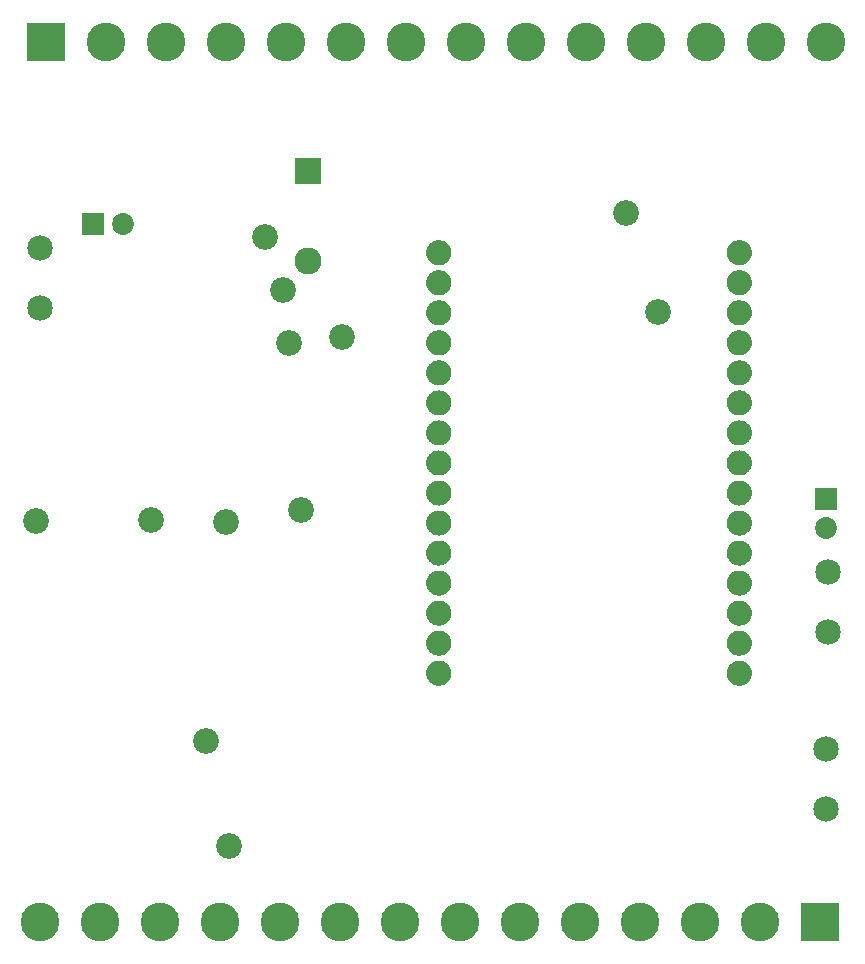
<source format=gts>
G04 MADE WITH FRITZING*
G04 WWW.FRITZING.ORG*
G04 DOUBLE SIDED*
G04 HOLES PLATED*
G04 CONTOUR ON CENTER OF CONTOUR VECTOR*
%ASAXBY*%
%FSLAX23Y23*%
%MOIN*%
%OFA0B0*%
%SFA1.0B1.0*%
%ADD10C,0.090000*%
%ADD11C,0.085000*%
%ADD12C,0.072992*%
%ADD13C,0.128740*%
%ADD14C,0.085433*%
%ADD15R,0.090000X0.090000*%
%ADD16R,0.072992X0.072992*%
%ADD17R,0.128740X0.128740*%
%ADD18R,0.001000X0.001000*%
%LNMASK1*%
G90*
G70*
G54D10*
X1078Y2709D03*
X1078Y2409D03*
G54D11*
X2811Y1172D03*
X2811Y1372D03*
X2804Y783D03*
X2804Y583D03*
G54D12*
X2804Y1616D03*
X2804Y1518D03*
X362Y2532D03*
X461Y2532D03*
G54D13*
X2784Y206D03*
X2584Y206D03*
X2384Y206D03*
X2184Y206D03*
X1984Y206D03*
X1784Y206D03*
X1584Y206D03*
X1384Y206D03*
X1184Y206D03*
X984Y206D03*
X784Y206D03*
X584Y206D03*
X384Y206D03*
X184Y206D03*
X203Y3138D03*
X403Y3138D03*
X603Y3138D03*
X803Y3138D03*
X1003Y3138D03*
X1203Y3138D03*
X1403Y3138D03*
X1603Y3138D03*
X1803Y3138D03*
X2003Y3138D03*
X2203Y3138D03*
X2403Y3138D03*
X2603Y3138D03*
X2803Y3138D03*
G54D11*
X183Y2251D03*
X183Y2451D03*
G54D14*
X994Y2313D03*
X2136Y2569D03*
X2244Y2238D03*
X935Y2490D03*
X555Y1544D03*
X1191Y2156D03*
X737Y807D03*
X1055Y1578D03*
X1014Y2136D03*
X815Y458D03*
X803Y1538D03*
X172Y1541D03*
G54D15*
X1078Y2709D03*
G54D16*
X2804Y1616D03*
X362Y2532D03*
G54D17*
X2784Y206D03*
X203Y3138D03*
G54D18*
X1506Y2477D02*
X1522Y2477D01*
X2507Y2477D02*
X2523Y2477D01*
X1502Y2476D02*
X1526Y2476D01*
X2503Y2476D02*
X2527Y2476D01*
X1499Y2475D02*
X1529Y2475D01*
X2500Y2475D02*
X2530Y2475D01*
X1497Y2474D02*
X1531Y2474D01*
X2498Y2474D02*
X2532Y2474D01*
X1495Y2473D02*
X1533Y2473D01*
X2496Y2473D02*
X2534Y2473D01*
X1493Y2472D02*
X1535Y2472D01*
X2494Y2472D02*
X2536Y2472D01*
X1491Y2471D02*
X1536Y2471D01*
X2493Y2471D02*
X2538Y2471D01*
X1490Y2470D02*
X1538Y2470D01*
X2491Y2470D02*
X2539Y2470D01*
X1488Y2469D02*
X1539Y2469D01*
X2490Y2469D02*
X2541Y2469D01*
X1487Y2468D02*
X1540Y2468D01*
X2489Y2468D02*
X2542Y2468D01*
X1486Y2467D02*
X1542Y2467D01*
X2487Y2467D02*
X2543Y2467D01*
X1485Y2466D02*
X1543Y2466D01*
X2486Y2466D02*
X2544Y2466D01*
X1484Y2465D02*
X1544Y2465D01*
X2485Y2465D02*
X2545Y2465D01*
X1483Y2464D02*
X1545Y2464D01*
X2484Y2464D02*
X2546Y2464D01*
X1482Y2463D02*
X1545Y2463D01*
X2484Y2463D02*
X2547Y2463D01*
X1481Y2462D02*
X1546Y2462D01*
X2483Y2462D02*
X2548Y2462D01*
X1481Y2461D02*
X1547Y2461D01*
X2482Y2461D02*
X2548Y2461D01*
X1480Y2460D02*
X1548Y2460D01*
X2481Y2460D02*
X2549Y2460D01*
X1479Y2459D02*
X1548Y2459D01*
X2481Y2459D02*
X2550Y2459D01*
X1479Y2458D02*
X1549Y2458D01*
X2480Y2458D02*
X2550Y2458D01*
X1478Y2457D02*
X1550Y2457D01*
X2479Y2457D02*
X2551Y2457D01*
X1477Y2456D02*
X1550Y2456D01*
X2479Y2456D02*
X2552Y2456D01*
X1477Y2455D02*
X1551Y2455D01*
X2478Y2455D02*
X2552Y2455D01*
X1476Y2454D02*
X1551Y2454D01*
X2478Y2454D02*
X2553Y2454D01*
X1476Y2453D02*
X1552Y2453D01*
X2477Y2453D02*
X2553Y2453D01*
X1475Y2452D02*
X1552Y2452D01*
X2477Y2452D02*
X2554Y2452D01*
X1475Y2451D02*
X1553Y2451D01*
X2476Y2451D02*
X2554Y2451D01*
X1475Y2450D02*
X1553Y2450D01*
X2476Y2450D02*
X2554Y2450D01*
X1474Y2449D02*
X1553Y2449D01*
X2476Y2449D02*
X2555Y2449D01*
X1474Y2448D02*
X1554Y2448D01*
X2475Y2448D02*
X2555Y2448D01*
X1474Y2447D02*
X1554Y2447D01*
X2475Y2447D02*
X2555Y2447D01*
X1474Y2446D02*
X1554Y2446D01*
X2475Y2446D02*
X2555Y2446D01*
X1473Y2445D02*
X1554Y2445D01*
X2475Y2445D02*
X2556Y2445D01*
X1473Y2444D02*
X1555Y2444D01*
X2475Y2444D02*
X2556Y2444D01*
X1473Y2443D02*
X1555Y2443D01*
X2474Y2443D02*
X2556Y2443D01*
X1473Y2442D02*
X1555Y2442D01*
X2474Y2442D02*
X2556Y2442D01*
X1473Y2441D02*
X1555Y2441D01*
X2474Y2441D02*
X2556Y2441D01*
X1472Y2440D02*
X1555Y2440D01*
X2474Y2440D02*
X2557Y2440D01*
X1472Y2439D02*
X1555Y2439D01*
X2474Y2439D02*
X2557Y2439D01*
X1472Y2438D02*
X1555Y2438D01*
X2474Y2438D02*
X2557Y2438D01*
X1472Y2437D02*
X1555Y2437D01*
X2474Y2437D02*
X2557Y2437D01*
X1472Y2436D02*
X1555Y2436D01*
X2474Y2436D02*
X2557Y2436D01*
X1472Y2435D02*
X1555Y2435D01*
X2474Y2435D02*
X2557Y2435D01*
X1472Y2434D02*
X1555Y2434D01*
X2474Y2434D02*
X2557Y2434D01*
X1472Y2433D02*
X1555Y2433D01*
X2474Y2433D02*
X2557Y2433D01*
X1472Y2432D02*
X1555Y2432D01*
X2474Y2432D02*
X2557Y2432D01*
X1473Y2431D02*
X1555Y2431D01*
X2474Y2431D02*
X2556Y2431D01*
X1473Y2430D02*
X1555Y2430D01*
X2474Y2430D02*
X2556Y2430D01*
X1473Y2429D02*
X1555Y2429D01*
X2474Y2429D02*
X2556Y2429D01*
X1473Y2428D02*
X1555Y2428D01*
X2475Y2428D02*
X2556Y2428D01*
X1473Y2427D02*
X1554Y2427D01*
X2475Y2427D02*
X2556Y2427D01*
X1474Y2426D02*
X1554Y2426D01*
X2475Y2426D02*
X2555Y2426D01*
X1474Y2425D02*
X1554Y2425D01*
X2475Y2425D02*
X2555Y2425D01*
X1474Y2424D02*
X1554Y2424D01*
X2475Y2424D02*
X2555Y2424D01*
X1474Y2423D02*
X1553Y2423D01*
X2476Y2423D02*
X2555Y2423D01*
X1475Y2422D02*
X1553Y2422D01*
X2476Y2422D02*
X2554Y2422D01*
X1475Y2421D02*
X1553Y2421D01*
X2476Y2421D02*
X2554Y2421D01*
X1475Y2420D02*
X1552Y2420D01*
X2477Y2420D02*
X2554Y2420D01*
X1476Y2419D02*
X1552Y2419D01*
X2477Y2419D02*
X2553Y2419D01*
X1476Y2418D02*
X1551Y2418D01*
X2478Y2418D02*
X2553Y2418D01*
X1477Y2417D02*
X1551Y2417D01*
X2478Y2417D02*
X2552Y2417D01*
X1477Y2416D02*
X1550Y2416D01*
X2479Y2416D02*
X2552Y2416D01*
X1478Y2415D02*
X1550Y2415D01*
X2479Y2415D02*
X2551Y2415D01*
X1479Y2414D02*
X1549Y2414D01*
X2480Y2414D02*
X2550Y2414D01*
X1479Y2413D02*
X1548Y2413D01*
X2481Y2413D02*
X2550Y2413D01*
X1480Y2412D02*
X1548Y2412D01*
X2481Y2412D02*
X2549Y2412D01*
X1481Y2411D02*
X1547Y2411D01*
X2482Y2411D02*
X2548Y2411D01*
X1481Y2410D02*
X1546Y2410D01*
X2483Y2410D02*
X2548Y2410D01*
X1482Y2409D02*
X1546Y2409D01*
X2483Y2409D02*
X2547Y2409D01*
X1483Y2408D02*
X1545Y2408D01*
X2484Y2408D02*
X2546Y2408D01*
X1484Y2407D02*
X1544Y2407D01*
X2485Y2407D02*
X2545Y2407D01*
X1485Y2406D02*
X1543Y2406D01*
X2486Y2406D02*
X2544Y2406D01*
X1486Y2405D02*
X1542Y2405D01*
X2487Y2405D02*
X2543Y2405D01*
X1487Y2404D02*
X1541Y2404D01*
X2488Y2404D02*
X2542Y2404D01*
X1488Y2403D02*
X1539Y2403D01*
X2490Y2403D02*
X2541Y2403D01*
X1490Y2402D02*
X1538Y2402D01*
X2491Y2402D02*
X2539Y2402D01*
X1491Y2401D02*
X1537Y2401D01*
X2492Y2401D02*
X2538Y2401D01*
X1493Y2400D02*
X1535Y2400D01*
X2494Y2400D02*
X2536Y2400D01*
X1494Y2399D02*
X1533Y2399D01*
X2496Y2399D02*
X2535Y2399D01*
X1496Y2398D02*
X1531Y2398D01*
X2498Y2398D02*
X2533Y2398D01*
X1499Y2397D02*
X1529Y2397D01*
X2500Y2397D02*
X2531Y2397D01*
X1501Y2396D02*
X1526Y2396D01*
X2503Y2396D02*
X2528Y2396D01*
X1505Y2395D02*
X1522Y2395D01*
X2507Y2395D02*
X2524Y2395D01*
X1512Y2394D02*
X1515Y2394D01*
X2514Y2394D02*
X2517Y2394D01*
X1506Y2377D02*
X1521Y2377D01*
X2508Y2377D02*
X2523Y2377D01*
X1502Y2376D02*
X1526Y2376D01*
X2503Y2376D02*
X2527Y2376D01*
X1499Y2375D02*
X1528Y2375D01*
X2501Y2375D02*
X2530Y2375D01*
X1497Y2374D02*
X1531Y2374D01*
X2498Y2374D02*
X2532Y2374D01*
X1495Y2373D02*
X1533Y2373D01*
X2496Y2373D02*
X2534Y2373D01*
X1493Y2372D02*
X1535Y2372D01*
X2494Y2372D02*
X2536Y2372D01*
X1491Y2371D02*
X1536Y2371D01*
X2493Y2371D02*
X2538Y2371D01*
X1490Y2370D02*
X1538Y2370D01*
X2491Y2370D02*
X2539Y2370D01*
X1489Y2369D02*
X1539Y2369D01*
X2490Y2369D02*
X2540Y2369D01*
X1487Y2368D02*
X1540Y2368D01*
X2489Y2368D02*
X2542Y2368D01*
X1486Y2367D02*
X1541Y2367D01*
X2488Y2367D02*
X2543Y2367D01*
X1485Y2366D02*
X1543Y2366D01*
X2486Y2366D02*
X2544Y2366D01*
X1484Y2365D02*
X1544Y2365D01*
X2485Y2365D02*
X2545Y2365D01*
X1483Y2364D02*
X1544Y2364D01*
X2485Y2364D02*
X2546Y2364D01*
X1482Y2363D02*
X1545Y2363D01*
X2484Y2363D02*
X2547Y2363D01*
X1481Y2362D02*
X1546Y2362D01*
X2483Y2362D02*
X2548Y2362D01*
X1481Y2361D02*
X1547Y2361D01*
X2482Y2361D02*
X2548Y2361D01*
X1480Y2360D02*
X1548Y2360D01*
X2481Y2360D02*
X2549Y2360D01*
X1479Y2359D02*
X1548Y2359D01*
X2481Y2359D02*
X2550Y2359D01*
X1479Y2358D02*
X1549Y2358D01*
X2480Y2358D02*
X2550Y2358D01*
X1478Y2357D02*
X1550Y2357D01*
X2479Y2357D02*
X2551Y2357D01*
X1477Y2356D02*
X1550Y2356D01*
X2479Y2356D02*
X2552Y2356D01*
X1477Y2355D02*
X1551Y2355D01*
X2478Y2355D02*
X2552Y2355D01*
X1476Y2354D02*
X1551Y2354D01*
X2478Y2354D02*
X2553Y2354D01*
X1476Y2353D02*
X1552Y2353D01*
X2477Y2353D02*
X2553Y2353D01*
X1475Y2352D02*
X1552Y2352D01*
X2477Y2352D02*
X2554Y2352D01*
X1475Y2351D02*
X1552Y2351D01*
X2477Y2351D02*
X2554Y2351D01*
X1475Y2350D02*
X1553Y2350D01*
X2476Y2350D02*
X2554Y2350D01*
X1474Y2349D02*
X1553Y2349D01*
X2476Y2349D02*
X2555Y2349D01*
X1474Y2348D02*
X1553Y2348D01*
X2476Y2348D02*
X2555Y2348D01*
X1474Y2347D02*
X1554Y2347D01*
X2475Y2347D02*
X2555Y2347D01*
X1474Y2346D02*
X1554Y2346D01*
X2475Y2346D02*
X2555Y2346D01*
X1473Y2345D02*
X1554Y2345D01*
X2475Y2345D02*
X2556Y2345D01*
X1473Y2344D02*
X1554Y2344D01*
X2475Y2344D02*
X2556Y2344D01*
X1473Y2343D02*
X1555Y2343D01*
X2474Y2343D02*
X2556Y2343D01*
X1473Y2342D02*
X1555Y2342D01*
X2474Y2342D02*
X2556Y2342D01*
X1473Y2341D02*
X1555Y2341D01*
X2474Y2341D02*
X2556Y2341D01*
X1473Y2340D02*
X1555Y2340D01*
X2474Y2340D02*
X2557Y2340D01*
X1472Y2339D02*
X1555Y2339D01*
X2474Y2339D02*
X2557Y2339D01*
X1472Y2338D02*
X1555Y2338D01*
X2474Y2338D02*
X2557Y2338D01*
X1472Y2337D02*
X1555Y2337D01*
X2474Y2337D02*
X2557Y2337D01*
X1472Y2336D02*
X1555Y2336D01*
X2474Y2336D02*
X2557Y2336D01*
X1472Y2335D02*
X1555Y2335D01*
X2474Y2335D02*
X2557Y2335D01*
X1472Y2334D02*
X1555Y2334D01*
X2474Y2334D02*
X2557Y2334D01*
X1472Y2333D02*
X1555Y2333D01*
X2474Y2333D02*
X2557Y2333D01*
X1472Y2332D02*
X1555Y2332D01*
X2474Y2332D02*
X2557Y2332D01*
X1473Y2331D02*
X1555Y2331D01*
X2474Y2331D02*
X2556Y2331D01*
X1473Y2330D02*
X1555Y2330D01*
X2474Y2330D02*
X2556Y2330D01*
X1473Y2329D02*
X1555Y2329D01*
X2474Y2329D02*
X2556Y2329D01*
X1473Y2328D02*
X1555Y2328D01*
X2474Y2328D02*
X2556Y2328D01*
X1473Y2327D02*
X1554Y2327D01*
X2475Y2327D02*
X2556Y2327D01*
X1474Y2326D02*
X1554Y2326D01*
X2475Y2326D02*
X2555Y2326D01*
X1474Y2325D02*
X1554Y2325D01*
X2475Y2325D02*
X2555Y2325D01*
X1474Y2324D02*
X1554Y2324D01*
X2475Y2324D02*
X2555Y2324D01*
X1474Y2323D02*
X1553Y2323D01*
X2476Y2323D02*
X2555Y2323D01*
X1475Y2322D02*
X1553Y2322D01*
X2476Y2322D02*
X2554Y2322D01*
X1475Y2321D02*
X1553Y2321D01*
X2476Y2321D02*
X2554Y2321D01*
X1475Y2320D02*
X1552Y2320D01*
X2477Y2320D02*
X2554Y2320D01*
X1476Y2319D02*
X1552Y2319D01*
X2477Y2319D02*
X2553Y2319D01*
X1476Y2318D02*
X1551Y2318D01*
X2478Y2318D02*
X2553Y2318D01*
X1477Y2317D02*
X1551Y2317D01*
X2478Y2317D02*
X2552Y2317D01*
X1477Y2316D02*
X1550Y2316D01*
X2479Y2316D02*
X2552Y2316D01*
X1478Y2315D02*
X1550Y2315D01*
X2479Y2315D02*
X2551Y2315D01*
X1478Y2314D02*
X1549Y2314D01*
X2480Y2314D02*
X2551Y2314D01*
X1479Y2313D02*
X1549Y2313D01*
X2480Y2313D02*
X2550Y2313D01*
X1480Y2312D02*
X1548Y2312D01*
X2481Y2312D02*
X2549Y2312D01*
X1480Y2311D02*
X1547Y2311D01*
X2482Y2311D02*
X2549Y2311D01*
X1481Y2310D02*
X1546Y2310D01*
X2483Y2310D02*
X2548Y2310D01*
X1482Y2309D02*
X1546Y2309D01*
X2483Y2309D02*
X2547Y2309D01*
X1483Y2308D02*
X1545Y2308D01*
X2484Y2308D02*
X2546Y2308D01*
X1484Y2307D02*
X1544Y2307D01*
X2485Y2307D02*
X2545Y2307D01*
X1485Y2306D02*
X1543Y2306D01*
X2486Y2306D02*
X2544Y2306D01*
X1486Y2305D02*
X1542Y2305D01*
X2487Y2305D02*
X2543Y2305D01*
X1487Y2304D02*
X1541Y2304D01*
X2488Y2304D02*
X2542Y2304D01*
X1488Y2303D02*
X1539Y2303D01*
X2490Y2303D02*
X2541Y2303D01*
X1489Y2302D02*
X1538Y2302D01*
X2491Y2302D02*
X2540Y2302D01*
X1491Y2301D02*
X1537Y2301D01*
X2492Y2301D02*
X2538Y2301D01*
X1492Y2300D02*
X1535Y2300D01*
X2494Y2300D02*
X2537Y2300D01*
X1494Y2299D02*
X1534Y2299D01*
X2496Y2299D02*
X2535Y2299D01*
X1496Y2298D02*
X1532Y2298D01*
X2497Y2298D02*
X2533Y2298D01*
X1498Y2297D02*
X1529Y2297D01*
X2500Y2297D02*
X2531Y2297D01*
X1501Y2296D02*
X1527Y2296D01*
X2502Y2296D02*
X2528Y2296D01*
X1505Y2295D02*
X1523Y2295D01*
X2506Y2295D02*
X2524Y2295D01*
X1510Y2294D02*
X1517Y2294D01*
X2512Y2294D02*
X2519Y2294D01*
X1507Y2277D02*
X1521Y2277D01*
X2508Y2277D02*
X2522Y2277D01*
X1503Y2276D02*
X1525Y2276D01*
X2504Y2276D02*
X2526Y2276D01*
X1500Y2275D02*
X1528Y2275D01*
X2501Y2275D02*
X2529Y2275D01*
X1497Y2274D02*
X1531Y2274D01*
X2498Y2274D02*
X2532Y2274D01*
X1495Y2273D02*
X1533Y2273D01*
X2496Y2273D02*
X2534Y2273D01*
X1493Y2272D02*
X1534Y2272D01*
X2495Y2272D02*
X2536Y2272D01*
X1492Y2271D02*
X1536Y2271D01*
X2493Y2271D02*
X2537Y2271D01*
X1490Y2270D02*
X1537Y2270D01*
X2492Y2270D02*
X2539Y2270D01*
X1489Y2269D02*
X1539Y2269D01*
X2490Y2269D02*
X2540Y2269D01*
X1487Y2268D02*
X1540Y2268D01*
X2489Y2268D02*
X2542Y2268D01*
X1486Y2267D02*
X1541Y2267D01*
X2488Y2267D02*
X2543Y2267D01*
X1485Y2266D02*
X1542Y2266D01*
X2487Y2266D02*
X2544Y2266D01*
X1484Y2265D02*
X1543Y2265D01*
X2486Y2265D02*
X2545Y2265D01*
X1483Y2264D02*
X1544Y2264D01*
X2485Y2264D02*
X2546Y2264D01*
X1482Y2263D02*
X1545Y2263D01*
X2484Y2263D02*
X2547Y2263D01*
X1482Y2262D02*
X1546Y2262D01*
X2483Y2262D02*
X2547Y2262D01*
X1481Y2261D02*
X1547Y2261D01*
X2482Y2261D02*
X2548Y2261D01*
X1480Y2260D02*
X1547Y2260D01*
X2482Y2260D02*
X2549Y2260D01*
X1479Y2259D02*
X1548Y2259D01*
X2481Y2259D02*
X2550Y2259D01*
X1479Y2258D02*
X1549Y2258D01*
X2480Y2258D02*
X2550Y2258D01*
X1478Y2257D02*
X1549Y2257D01*
X2480Y2257D02*
X2551Y2257D01*
X1478Y2256D02*
X1550Y2256D01*
X2479Y2256D02*
X2551Y2256D01*
X1477Y2255D02*
X1551Y2255D01*
X2478Y2255D02*
X2552Y2255D01*
X1477Y2254D02*
X1551Y2254D01*
X2478Y2254D02*
X2552Y2254D01*
X1476Y2253D02*
X1552Y2253D01*
X2477Y2253D02*
X2553Y2253D01*
X1476Y2252D02*
X1552Y2252D01*
X2477Y2252D02*
X2553Y2252D01*
X1475Y2251D02*
X1552Y2251D01*
X2477Y2251D02*
X2554Y2251D01*
X1475Y2250D02*
X1553Y2250D01*
X2476Y2250D02*
X2554Y2250D01*
X1474Y2249D02*
X1553Y2249D01*
X2476Y2249D02*
X2555Y2249D01*
X1474Y2248D02*
X1553Y2248D01*
X2476Y2248D02*
X2555Y2248D01*
X1474Y2247D02*
X1554Y2247D01*
X2475Y2247D02*
X2555Y2247D01*
X1474Y2246D02*
X1554Y2246D01*
X2475Y2246D02*
X2555Y2246D01*
X1473Y2245D02*
X1554Y2245D01*
X2475Y2245D02*
X2556Y2245D01*
X1473Y2244D02*
X1554Y2244D01*
X2475Y2244D02*
X2556Y2244D01*
X1473Y2243D02*
X1555Y2243D01*
X2474Y2243D02*
X2556Y2243D01*
X1473Y2242D02*
X1555Y2242D01*
X2474Y2242D02*
X2556Y2242D01*
X1473Y2241D02*
X1555Y2241D01*
X2474Y2241D02*
X2556Y2241D01*
X1473Y2240D02*
X1555Y2240D01*
X2474Y2240D02*
X2556Y2240D01*
X1472Y2239D02*
X1555Y2239D01*
X2474Y2239D02*
X2557Y2239D01*
X1472Y2238D02*
X1555Y2238D01*
X2474Y2238D02*
X2557Y2238D01*
X1472Y2237D02*
X1555Y2237D01*
X2474Y2237D02*
X2557Y2237D01*
X1472Y2236D02*
X1555Y2236D01*
X2474Y2236D02*
X2557Y2236D01*
X1472Y2235D02*
X1555Y2235D01*
X2474Y2235D02*
X2557Y2235D01*
X1472Y2234D02*
X1555Y2234D01*
X2474Y2234D02*
X2557Y2234D01*
X1472Y2233D02*
X1555Y2233D01*
X2474Y2233D02*
X2557Y2233D01*
X1472Y2232D02*
X1555Y2232D01*
X2474Y2232D02*
X2557Y2232D01*
X1473Y2231D02*
X1555Y2231D01*
X2474Y2231D02*
X2556Y2231D01*
X1473Y2230D02*
X1555Y2230D01*
X2474Y2230D02*
X2556Y2230D01*
X1473Y2229D02*
X1555Y2229D01*
X2474Y2229D02*
X2556Y2229D01*
X1473Y2228D02*
X1555Y2228D01*
X2474Y2228D02*
X2556Y2228D01*
X1473Y2227D02*
X1554Y2227D01*
X2475Y2227D02*
X2556Y2227D01*
X1473Y2226D02*
X1554Y2226D01*
X2475Y2226D02*
X2556Y2226D01*
X1474Y2225D02*
X1554Y2225D01*
X2475Y2225D02*
X2555Y2225D01*
X1474Y2224D02*
X1554Y2224D01*
X2475Y2224D02*
X2555Y2224D01*
X1474Y2223D02*
X1553Y2223D01*
X2476Y2223D02*
X2555Y2223D01*
X1475Y2222D02*
X1553Y2222D01*
X2476Y2222D02*
X2554Y2222D01*
X1475Y2221D02*
X1553Y2221D01*
X2476Y2221D02*
X2554Y2221D01*
X1475Y2220D02*
X1552Y2220D01*
X2477Y2220D02*
X2554Y2220D01*
X1476Y2219D02*
X1552Y2219D01*
X2477Y2219D02*
X2553Y2219D01*
X1476Y2218D02*
X1551Y2218D01*
X2478Y2218D02*
X2553Y2218D01*
X1477Y2217D02*
X1551Y2217D01*
X2478Y2217D02*
X2552Y2217D01*
X1477Y2216D02*
X1550Y2216D01*
X2479Y2216D02*
X2552Y2216D01*
X1478Y2215D02*
X1550Y2215D01*
X2479Y2215D02*
X2551Y2215D01*
X1478Y2214D02*
X1549Y2214D01*
X2480Y2214D02*
X2551Y2214D01*
X1479Y2213D02*
X1549Y2213D01*
X2480Y2213D02*
X2550Y2213D01*
X1480Y2212D02*
X1548Y2212D01*
X2481Y2212D02*
X2549Y2212D01*
X1480Y2211D02*
X1547Y2211D01*
X2482Y2211D02*
X2549Y2211D01*
X1481Y2210D02*
X1546Y2210D01*
X2483Y2210D02*
X2548Y2210D01*
X1482Y2209D02*
X1546Y2209D01*
X2483Y2209D02*
X2547Y2209D01*
X1483Y2208D02*
X1545Y2208D01*
X2484Y2208D02*
X2546Y2208D01*
X1484Y2207D02*
X1544Y2207D01*
X2485Y2207D02*
X2545Y2207D01*
X1485Y2206D02*
X1543Y2206D01*
X2486Y2206D02*
X2544Y2206D01*
X1486Y2205D02*
X1542Y2205D01*
X2487Y2205D02*
X2543Y2205D01*
X1487Y2204D02*
X1541Y2204D01*
X2488Y2204D02*
X2542Y2204D01*
X1488Y2203D02*
X1540Y2203D01*
X2489Y2203D02*
X2541Y2203D01*
X1489Y2202D02*
X1538Y2202D01*
X2491Y2202D02*
X2540Y2202D01*
X1491Y2201D02*
X1537Y2201D01*
X2492Y2201D02*
X2538Y2201D01*
X1492Y2200D02*
X1535Y2200D01*
X2494Y2200D02*
X2537Y2200D01*
X1494Y2199D02*
X1534Y2199D01*
X2495Y2199D02*
X2535Y2199D01*
X1496Y2198D02*
X1532Y2198D01*
X2497Y2198D02*
X2533Y2198D01*
X1498Y2197D02*
X1530Y2197D01*
X2499Y2197D02*
X2531Y2197D01*
X1501Y2196D02*
X1527Y2196D01*
X2502Y2196D02*
X2528Y2196D01*
X1504Y2195D02*
X1524Y2195D01*
X2505Y2195D02*
X2525Y2195D01*
X1509Y2194D02*
X1518Y2194D01*
X2511Y2194D02*
X2520Y2194D01*
X1508Y2177D02*
X1520Y2177D01*
X2509Y2177D02*
X2521Y2177D01*
X1503Y2176D02*
X1524Y2176D01*
X2505Y2176D02*
X2526Y2176D01*
X1500Y2175D02*
X1528Y2175D01*
X2501Y2175D02*
X2529Y2175D01*
X1497Y2174D02*
X1530Y2174D01*
X2499Y2174D02*
X2532Y2174D01*
X1495Y2173D02*
X1532Y2173D01*
X2497Y2173D02*
X2534Y2173D01*
X1493Y2172D02*
X1534Y2172D01*
X2495Y2172D02*
X2536Y2172D01*
X1492Y2171D02*
X1536Y2171D01*
X2493Y2171D02*
X2537Y2171D01*
X1490Y2170D02*
X1537Y2170D01*
X2492Y2170D02*
X2539Y2170D01*
X1489Y2169D02*
X1539Y2169D01*
X2490Y2169D02*
X2540Y2169D01*
X1488Y2168D02*
X1540Y2168D01*
X2489Y2168D02*
X2541Y2168D01*
X1486Y2167D02*
X1541Y2167D01*
X2488Y2167D02*
X2543Y2167D01*
X1485Y2166D02*
X1542Y2166D01*
X2487Y2166D02*
X2544Y2166D01*
X1484Y2165D02*
X1543Y2165D01*
X2486Y2165D02*
X2545Y2165D01*
X1483Y2164D02*
X1544Y2164D01*
X2485Y2164D02*
X2546Y2164D01*
X1483Y2163D02*
X1545Y2163D01*
X2484Y2163D02*
X2546Y2163D01*
X1482Y2162D02*
X1546Y2162D01*
X2483Y2162D02*
X2547Y2162D01*
X1481Y2161D02*
X1547Y2161D01*
X2482Y2161D02*
X2548Y2161D01*
X1480Y2160D02*
X1547Y2160D01*
X2482Y2160D02*
X2549Y2160D01*
X1479Y2159D02*
X1548Y2159D01*
X2481Y2159D02*
X2550Y2159D01*
X1479Y2158D02*
X1549Y2158D01*
X2480Y2158D02*
X2550Y2158D01*
X1478Y2157D02*
X1549Y2157D01*
X2480Y2157D02*
X2551Y2157D01*
X1478Y2156D02*
X1550Y2156D01*
X2479Y2156D02*
X2551Y2156D01*
X1477Y2155D02*
X1551Y2155D01*
X2478Y2155D02*
X2552Y2155D01*
X1477Y2154D02*
X1551Y2154D01*
X2478Y2154D02*
X2552Y2154D01*
X1476Y2153D02*
X1552Y2153D01*
X2477Y2153D02*
X2553Y2153D01*
X1476Y2152D02*
X1552Y2152D01*
X2477Y2152D02*
X2553Y2152D01*
X1475Y2151D02*
X1552Y2151D01*
X2477Y2151D02*
X2554Y2151D01*
X1475Y2150D02*
X1553Y2150D01*
X2476Y2150D02*
X2554Y2150D01*
X1475Y2149D02*
X1553Y2149D01*
X2476Y2149D02*
X2554Y2149D01*
X1474Y2148D02*
X1553Y2148D01*
X2476Y2148D02*
X2555Y2148D01*
X1474Y2147D02*
X1554Y2147D01*
X2475Y2147D02*
X2555Y2147D01*
X1474Y2146D02*
X1554Y2146D01*
X2475Y2146D02*
X2555Y2146D01*
X1473Y2145D02*
X1554Y2145D01*
X2475Y2145D02*
X2556Y2145D01*
X1473Y2144D02*
X1554Y2144D01*
X2475Y2144D02*
X2556Y2144D01*
X1473Y2143D02*
X1555Y2143D01*
X2474Y2143D02*
X2556Y2143D01*
X1473Y2142D02*
X1555Y2142D01*
X2474Y2142D02*
X2556Y2142D01*
X1473Y2141D02*
X1555Y2141D01*
X2474Y2141D02*
X2556Y2141D01*
X1473Y2140D02*
X1555Y2140D01*
X2474Y2140D02*
X2556Y2140D01*
X1472Y2139D02*
X1555Y2139D01*
X2474Y2139D02*
X2557Y2139D01*
X1472Y2138D02*
X1555Y2138D01*
X2474Y2138D02*
X2557Y2138D01*
X1472Y2137D02*
X1555Y2137D01*
X2474Y2137D02*
X2557Y2137D01*
X1472Y2136D02*
X1555Y2136D01*
X2474Y2136D02*
X2557Y2136D01*
X1472Y2135D02*
X1555Y2135D01*
X2474Y2135D02*
X2557Y2135D01*
X1472Y2134D02*
X1555Y2134D01*
X2474Y2134D02*
X2557Y2134D01*
X1472Y2133D02*
X1555Y2133D01*
X2474Y2133D02*
X2557Y2133D01*
X1472Y2132D02*
X1555Y2132D01*
X2474Y2132D02*
X2557Y2132D01*
X1473Y2131D02*
X1555Y2131D01*
X2474Y2131D02*
X2556Y2131D01*
X1473Y2130D02*
X1555Y2130D01*
X2474Y2130D02*
X2556Y2130D01*
X1473Y2129D02*
X1555Y2129D01*
X2474Y2129D02*
X2556Y2129D01*
X1473Y2128D02*
X1555Y2128D01*
X2474Y2128D02*
X2556Y2128D01*
X1473Y2127D02*
X1554Y2127D01*
X2475Y2127D02*
X2556Y2127D01*
X1473Y2126D02*
X1554Y2126D01*
X2475Y2126D02*
X2556Y2126D01*
X1474Y2125D02*
X1554Y2125D01*
X2475Y2125D02*
X2555Y2125D01*
X1474Y2124D02*
X1554Y2124D01*
X2475Y2124D02*
X2555Y2124D01*
X1474Y2123D02*
X1553Y2123D01*
X2476Y2123D02*
X2555Y2123D01*
X1475Y2122D02*
X1553Y2122D01*
X2476Y2122D02*
X2554Y2122D01*
X1475Y2121D02*
X1553Y2121D01*
X2476Y2121D02*
X2554Y2121D01*
X1475Y2120D02*
X1552Y2120D01*
X2477Y2120D02*
X2554Y2120D01*
X1476Y2119D02*
X1552Y2119D01*
X2477Y2119D02*
X2553Y2119D01*
X1476Y2118D02*
X1551Y2118D01*
X2478Y2118D02*
X2553Y2118D01*
X1477Y2117D02*
X1551Y2117D01*
X2478Y2117D02*
X2552Y2117D01*
X1477Y2116D02*
X1550Y2116D01*
X2479Y2116D02*
X2552Y2116D01*
X1478Y2115D02*
X1550Y2115D01*
X2479Y2115D02*
X2551Y2115D01*
X1478Y2114D02*
X1549Y2114D01*
X2480Y2114D02*
X2551Y2114D01*
X1479Y2113D02*
X1549Y2113D01*
X2480Y2113D02*
X2550Y2113D01*
X1480Y2112D02*
X1548Y2112D01*
X2481Y2112D02*
X2549Y2112D01*
X1480Y2111D02*
X1547Y2111D01*
X2482Y2111D02*
X2549Y2111D01*
X1481Y2110D02*
X1547Y2110D01*
X2482Y2110D02*
X2548Y2110D01*
X1482Y2109D02*
X1546Y2109D01*
X2483Y2109D02*
X2547Y2109D01*
X1483Y2108D02*
X1545Y2108D01*
X2484Y2108D02*
X2546Y2108D01*
X1484Y2107D02*
X1544Y2107D01*
X2485Y2107D02*
X2545Y2107D01*
X1484Y2106D02*
X1543Y2106D01*
X2486Y2106D02*
X2545Y2106D01*
X1485Y2105D02*
X1542Y2105D01*
X2487Y2105D02*
X2544Y2105D01*
X1487Y2104D02*
X1541Y2104D01*
X2488Y2104D02*
X2542Y2104D01*
X1488Y2103D02*
X1540Y2103D01*
X2489Y2103D02*
X2541Y2103D01*
X1489Y2102D02*
X1538Y2102D01*
X2491Y2102D02*
X2540Y2102D01*
X1490Y2101D02*
X1537Y2101D01*
X2492Y2101D02*
X2539Y2101D01*
X1492Y2100D02*
X1536Y2100D01*
X2493Y2100D02*
X2537Y2100D01*
X1494Y2099D02*
X1534Y2099D01*
X2495Y2099D02*
X2535Y2099D01*
X1496Y2098D02*
X1532Y2098D01*
X2497Y2098D02*
X2533Y2098D01*
X1498Y2097D02*
X1530Y2097D01*
X2499Y2097D02*
X2531Y2097D01*
X1500Y2096D02*
X1527Y2096D01*
X2502Y2096D02*
X2529Y2096D01*
X1504Y2095D02*
X1524Y2095D01*
X2505Y2095D02*
X2525Y2095D01*
X1509Y2094D02*
X1519Y2094D01*
X2510Y2094D02*
X2520Y2094D01*
X1509Y2077D02*
X1519Y2077D01*
X2510Y2077D02*
X2520Y2077D01*
X1504Y2076D02*
X1524Y2076D01*
X2505Y2076D02*
X2525Y2076D01*
X1500Y2075D02*
X1527Y2075D01*
X2502Y2075D02*
X2529Y2075D01*
X1498Y2074D02*
X1530Y2074D01*
X2499Y2074D02*
X2531Y2074D01*
X1496Y2073D02*
X1532Y2073D01*
X2497Y2073D02*
X2533Y2073D01*
X1494Y2072D02*
X1534Y2072D01*
X2495Y2072D02*
X2535Y2072D01*
X1492Y2071D02*
X1536Y2071D01*
X2493Y2071D02*
X2537Y2071D01*
X1491Y2070D02*
X1537Y2070D01*
X2492Y2070D02*
X2539Y2070D01*
X1489Y2069D02*
X1538Y2069D01*
X2491Y2069D02*
X2540Y2069D01*
X1488Y2068D02*
X1540Y2068D01*
X2489Y2068D02*
X2541Y2068D01*
X1487Y2067D02*
X1541Y2067D01*
X2488Y2067D02*
X2542Y2067D01*
X1486Y2066D02*
X1542Y2066D01*
X2487Y2066D02*
X2543Y2066D01*
X1484Y2065D02*
X1543Y2065D01*
X2486Y2065D02*
X2545Y2065D01*
X1484Y2064D02*
X1544Y2064D01*
X2485Y2064D02*
X2545Y2064D01*
X1483Y2063D02*
X1545Y2063D01*
X2484Y2063D02*
X2546Y2063D01*
X1482Y2062D02*
X1546Y2062D01*
X2483Y2062D02*
X2547Y2062D01*
X1481Y2061D02*
X1547Y2061D01*
X2482Y2061D02*
X2548Y2061D01*
X1480Y2060D02*
X1547Y2060D01*
X2482Y2060D02*
X2549Y2060D01*
X1480Y2059D02*
X1548Y2059D01*
X2481Y2059D02*
X2549Y2059D01*
X1479Y2058D02*
X1549Y2058D01*
X2480Y2058D02*
X2550Y2058D01*
X1478Y2057D02*
X1549Y2057D01*
X2480Y2057D02*
X2551Y2057D01*
X1478Y2056D02*
X1550Y2056D01*
X2479Y2056D02*
X2551Y2056D01*
X1477Y2055D02*
X1550Y2055D01*
X2479Y2055D02*
X2552Y2055D01*
X1477Y2054D02*
X1551Y2054D01*
X2478Y2054D02*
X2552Y2054D01*
X1476Y2053D02*
X1551Y2053D01*
X2478Y2053D02*
X2553Y2053D01*
X1476Y2052D02*
X1552Y2052D01*
X2477Y2052D02*
X2553Y2052D01*
X1475Y2051D02*
X1552Y2051D01*
X2477Y2051D02*
X2554Y2051D01*
X1475Y2050D02*
X1553Y2050D01*
X2476Y2050D02*
X2554Y2050D01*
X1475Y2049D02*
X1553Y2049D01*
X2476Y2049D02*
X2554Y2049D01*
X1474Y2048D02*
X1553Y2048D01*
X2476Y2048D02*
X2555Y2048D01*
X1474Y2047D02*
X1554Y2047D01*
X2475Y2047D02*
X2555Y2047D01*
X1474Y2046D02*
X1554Y2046D01*
X2475Y2046D02*
X2555Y2046D01*
X1473Y2045D02*
X1554Y2045D01*
X2475Y2045D02*
X2556Y2045D01*
X1473Y2044D02*
X1554Y2044D01*
X2475Y2044D02*
X2556Y2044D01*
X1473Y2043D02*
X1555Y2043D01*
X2474Y2043D02*
X2556Y2043D01*
X1473Y2042D02*
X1555Y2042D01*
X2474Y2042D02*
X2556Y2042D01*
X1473Y2041D02*
X1555Y2041D01*
X2474Y2041D02*
X2556Y2041D01*
X1473Y2040D02*
X1555Y2040D01*
X2474Y2040D02*
X2556Y2040D01*
X1472Y2039D02*
X1555Y2039D01*
X2474Y2039D02*
X2557Y2039D01*
X1472Y2038D02*
X1555Y2038D01*
X2474Y2038D02*
X2557Y2038D01*
X1472Y2037D02*
X1555Y2037D01*
X2474Y2037D02*
X2557Y2037D01*
X1472Y2036D02*
X1555Y2036D01*
X2474Y2036D02*
X2557Y2036D01*
X1472Y2035D02*
X1555Y2035D01*
X2474Y2035D02*
X2557Y2035D01*
X1472Y2034D02*
X1555Y2034D01*
X2474Y2034D02*
X2557Y2034D01*
X1472Y2033D02*
X1555Y2033D01*
X2474Y2033D02*
X2557Y2033D01*
X1472Y2032D02*
X1555Y2032D01*
X2474Y2032D02*
X2557Y2032D01*
X1473Y2031D02*
X1555Y2031D01*
X2474Y2031D02*
X2556Y2031D01*
X1473Y2030D02*
X1555Y2030D01*
X2474Y2030D02*
X2556Y2030D01*
X1473Y2029D02*
X1555Y2029D01*
X2474Y2029D02*
X2556Y2029D01*
X1473Y2028D02*
X1555Y2028D01*
X2474Y2028D02*
X2556Y2028D01*
X1473Y2027D02*
X1554Y2027D01*
X2475Y2027D02*
X2556Y2027D01*
X1473Y2026D02*
X1554Y2026D01*
X2475Y2026D02*
X2556Y2026D01*
X1474Y2025D02*
X1554Y2025D01*
X2475Y2025D02*
X2555Y2025D01*
X1474Y2024D02*
X1554Y2024D01*
X2475Y2024D02*
X2555Y2024D01*
X1474Y2023D02*
X1553Y2023D01*
X2476Y2023D02*
X2555Y2023D01*
X1475Y2022D02*
X1553Y2022D01*
X2476Y2022D02*
X2554Y2022D01*
X1475Y2021D02*
X1553Y2021D01*
X2476Y2021D02*
X2554Y2021D01*
X1475Y2020D02*
X1552Y2020D01*
X2477Y2020D02*
X2554Y2020D01*
X1476Y2019D02*
X1552Y2019D01*
X2477Y2019D02*
X2553Y2019D01*
X1476Y2018D02*
X1552Y2018D01*
X2477Y2018D02*
X2553Y2018D01*
X1477Y2017D02*
X1551Y2017D01*
X2478Y2017D02*
X2552Y2017D01*
X1477Y2016D02*
X1551Y2016D01*
X2478Y2016D02*
X2552Y2016D01*
X1478Y2015D02*
X1550Y2015D01*
X2479Y2015D02*
X2551Y2015D01*
X1478Y2014D02*
X1549Y2014D01*
X2480Y2014D02*
X2551Y2014D01*
X1479Y2013D02*
X1549Y2013D01*
X2480Y2013D02*
X2550Y2013D01*
X1479Y2012D02*
X1548Y2012D01*
X2481Y2012D02*
X2550Y2012D01*
X1480Y2011D02*
X1547Y2011D01*
X2482Y2011D02*
X2549Y2011D01*
X1481Y2010D02*
X1547Y2010D01*
X2482Y2010D02*
X2548Y2010D01*
X1482Y2009D02*
X1546Y2009D01*
X2483Y2009D02*
X2547Y2009D01*
X1483Y2008D02*
X1545Y2008D01*
X2484Y2008D02*
X2546Y2008D01*
X1483Y2007D02*
X1544Y2007D01*
X2485Y2007D02*
X2546Y2007D01*
X1484Y2006D02*
X1543Y2006D01*
X2486Y2006D02*
X2545Y2006D01*
X1485Y2005D02*
X1542Y2005D01*
X2487Y2005D02*
X2544Y2005D01*
X1486Y2004D02*
X1541Y2004D01*
X2488Y2004D02*
X2543Y2004D01*
X1488Y2003D02*
X1540Y2003D01*
X2489Y2003D02*
X2541Y2003D01*
X1489Y2002D02*
X1539Y2002D01*
X2490Y2002D02*
X2540Y2002D01*
X1490Y2001D02*
X1537Y2001D01*
X2492Y2001D02*
X2539Y2001D01*
X1492Y2000D02*
X1536Y2000D01*
X2493Y2000D02*
X2537Y2000D01*
X1493Y1999D02*
X1534Y1999D01*
X2495Y1999D02*
X2536Y1999D01*
X1495Y1998D02*
X1532Y1998D01*
X2497Y1998D02*
X2534Y1998D01*
X1497Y1997D02*
X1530Y1997D01*
X2499Y1997D02*
X2532Y1997D01*
X1500Y1996D02*
X1528Y1996D01*
X2501Y1996D02*
X2529Y1996D01*
X1503Y1995D02*
X1525Y1995D01*
X2505Y1995D02*
X2526Y1995D01*
X1508Y1994D02*
X1520Y1994D01*
X2509Y1994D02*
X2521Y1994D01*
X1510Y1977D02*
X1518Y1977D01*
X2511Y1977D02*
X2519Y1977D01*
X1504Y1976D02*
X1523Y1976D01*
X2506Y1976D02*
X2525Y1976D01*
X1501Y1975D02*
X1527Y1975D01*
X2502Y1975D02*
X2528Y1975D01*
X1498Y1974D02*
X1530Y1974D01*
X2499Y1974D02*
X2531Y1974D01*
X1496Y1973D02*
X1532Y1973D01*
X2497Y1973D02*
X2533Y1973D01*
X1494Y1972D02*
X1534Y1972D01*
X2495Y1972D02*
X2535Y1972D01*
X1492Y1971D02*
X1535Y1971D01*
X2494Y1971D02*
X2537Y1971D01*
X1491Y1970D02*
X1537Y1970D01*
X2492Y1970D02*
X2538Y1970D01*
X1489Y1969D02*
X1538Y1969D01*
X2491Y1969D02*
X2540Y1969D01*
X1488Y1968D02*
X1540Y1968D01*
X2489Y1968D02*
X2541Y1968D01*
X1487Y1967D02*
X1541Y1967D01*
X2488Y1967D02*
X2542Y1967D01*
X1486Y1966D02*
X1542Y1966D01*
X2487Y1966D02*
X2543Y1966D01*
X1485Y1965D02*
X1543Y1965D01*
X2486Y1965D02*
X2544Y1965D01*
X1484Y1964D02*
X1544Y1964D01*
X2485Y1964D02*
X2545Y1964D01*
X1483Y1963D02*
X1545Y1963D01*
X2484Y1963D02*
X2546Y1963D01*
X1482Y1962D02*
X1546Y1962D01*
X2483Y1962D02*
X2547Y1962D01*
X1481Y1961D02*
X1546Y1961D01*
X2483Y1961D02*
X2548Y1961D01*
X1480Y1960D02*
X1547Y1960D01*
X2482Y1960D02*
X2549Y1960D01*
X1480Y1959D02*
X1548Y1959D01*
X2481Y1959D02*
X2549Y1959D01*
X1479Y1958D02*
X1549Y1958D01*
X2480Y1958D02*
X2550Y1958D01*
X1478Y1957D02*
X1549Y1957D01*
X2480Y1957D02*
X2551Y1957D01*
X1478Y1956D02*
X1550Y1956D01*
X2479Y1956D02*
X2551Y1956D01*
X1477Y1955D02*
X1550Y1955D01*
X2479Y1955D02*
X2552Y1955D01*
X1477Y1954D02*
X1551Y1954D01*
X2478Y1954D02*
X2552Y1954D01*
X1476Y1953D02*
X1551Y1953D01*
X2478Y1953D02*
X2553Y1953D01*
X1476Y1952D02*
X1552Y1952D01*
X2477Y1952D02*
X2553Y1952D01*
X1475Y1951D02*
X1552Y1951D01*
X2477Y1951D02*
X2554Y1951D01*
X1475Y1950D02*
X1553Y1950D01*
X2476Y1950D02*
X2554Y1950D01*
X1475Y1949D02*
X1553Y1949D01*
X2476Y1949D02*
X2554Y1949D01*
X1474Y1948D02*
X1553Y1948D01*
X2476Y1948D02*
X2555Y1948D01*
X1474Y1947D02*
X1554Y1947D01*
X2475Y1947D02*
X2555Y1947D01*
X1474Y1946D02*
X1554Y1946D01*
X2475Y1946D02*
X2555Y1946D01*
X1473Y1945D02*
X1554Y1945D01*
X2475Y1945D02*
X2556Y1945D01*
X1473Y1944D02*
X1554Y1944D01*
X2475Y1944D02*
X2556Y1944D01*
X1473Y1943D02*
X1555Y1943D01*
X2474Y1943D02*
X2556Y1943D01*
X1473Y1942D02*
X1555Y1942D01*
X2474Y1942D02*
X2556Y1942D01*
X1473Y1941D02*
X1555Y1941D01*
X2474Y1941D02*
X2556Y1941D01*
X1473Y1940D02*
X1555Y1940D01*
X2474Y1940D02*
X2556Y1940D01*
X1472Y1939D02*
X1555Y1939D01*
X2474Y1939D02*
X2557Y1939D01*
X1472Y1938D02*
X1555Y1938D01*
X2474Y1938D02*
X2557Y1938D01*
X1472Y1937D02*
X1555Y1937D01*
X2474Y1937D02*
X2557Y1937D01*
X1472Y1936D02*
X1555Y1936D01*
X2474Y1936D02*
X2557Y1936D01*
X1472Y1935D02*
X1555Y1935D01*
X2474Y1935D02*
X2557Y1935D01*
X1472Y1934D02*
X1555Y1934D01*
X2474Y1934D02*
X2557Y1934D01*
X1472Y1933D02*
X1555Y1933D01*
X2474Y1933D02*
X2557Y1933D01*
X1472Y1932D02*
X1555Y1932D01*
X2474Y1932D02*
X2557Y1932D01*
X1473Y1931D02*
X1555Y1931D01*
X2474Y1931D02*
X2556Y1931D01*
X1473Y1930D02*
X1555Y1930D01*
X2474Y1930D02*
X2556Y1930D01*
X1473Y1929D02*
X1555Y1929D01*
X2474Y1929D02*
X2556Y1929D01*
X1473Y1928D02*
X1555Y1928D01*
X2474Y1928D02*
X2556Y1928D01*
X1473Y1927D02*
X1554Y1927D01*
X2475Y1927D02*
X2556Y1927D01*
X1473Y1926D02*
X1554Y1926D01*
X2475Y1926D02*
X2556Y1926D01*
X1474Y1925D02*
X1554Y1925D01*
X2475Y1925D02*
X2555Y1925D01*
X1474Y1924D02*
X1554Y1924D01*
X2475Y1924D02*
X2555Y1924D01*
X1474Y1923D02*
X1553Y1923D01*
X2476Y1923D02*
X2555Y1923D01*
X1474Y1922D02*
X1553Y1922D01*
X2476Y1922D02*
X2555Y1922D01*
X1475Y1921D02*
X1553Y1921D01*
X2476Y1921D02*
X2554Y1921D01*
X1475Y1920D02*
X1552Y1920D01*
X2477Y1920D02*
X2554Y1920D01*
X1476Y1919D02*
X1552Y1919D01*
X2477Y1919D02*
X2553Y1919D01*
X1476Y1918D02*
X1552Y1918D01*
X2477Y1918D02*
X2553Y1918D01*
X1477Y1917D02*
X1551Y1917D01*
X2478Y1917D02*
X2553Y1917D01*
X1477Y1916D02*
X1551Y1916D01*
X2478Y1916D02*
X2552Y1916D01*
X1478Y1915D02*
X1550Y1915D01*
X2479Y1915D02*
X2551Y1915D01*
X1478Y1914D02*
X1549Y1914D01*
X2480Y1914D02*
X2551Y1914D01*
X1479Y1913D02*
X1549Y1913D01*
X2480Y1913D02*
X2550Y1913D01*
X1479Y1912D02*
X1548Y1912D01*
X2481Y1912D02*
X2550Y1912D01*
X1480Y1911D02*
X1548Y1911D01*
X2482Y1911D02*
X2549Y1911D01*
X1481Y1910D02*
X1547Y1910D01*
X2482Y1910D02*
X2548Y1910D01*
X1482Y1909D02*
X1546Y1909D01*
X2483Y1909D02*
X2547Y1909D01*
X1482Y1908D02*
X1545Y1908D01*
X2484Y1908D02*
X2547Y1908D01*
X1483Y1907D02*
X1544Y1907D01*
X2485Y1907D02*
X2546Y1907D01*
X1484Y1906D02*
X1543Y1906D01*
X2486Y1906D02*
X2545Y1906D01*
X1485Y1905D02*
X1542Y1905D01*
X2487Y1905D02*
X2544Y1905D01*
X1486Y1904D02*
X1541Y1904D01*
X2488Y1904D02*
X2543Y1904D01*
X1487Y1903D02*
X1540Y1903D01*
X2489Y1903D02*
X2542Y1903D01*
X1489Y1902D02*
X1539Y1902D01*
X2490Y1902D02*
X2540Y1902D01*
X1490Y1901D02*
X1537Y1901D01*
X2492Y1901D02*
X2539Y1901D01*
X1492Y1900D02*
X1536Y1900D01*
X2493Y1900D02*
X2537Y1900D01*
X1493Y1899D02*
X1534Y1899D01*
X2495Y1899D02*
X2536Y1899D01*
X1495Y1898D02*
X1533Y1898D01*
X2496Y1898D02*
X2534Y1898D01*
X1497Y1897D02*
X1531Y1897D01*
X2498Y1897D02*
X2532Y1897D01*
X1499Y1896D02*
X1528Y1896D01*
X2501Y1896D02*
X2530Y1896D01*
X1503Y1895D02*
X1525Y1895D01*
X2504Y1895D02*
X2526Y1895D01*
X1507Y1894D02*
X1521Y1894D01*
X2508Y1894D02*
X2522Y1894D01*
X1511Y1877D02*
X1517Y1877D01*
X2512Y1877D02*
X2518Y1877D01*
X1505Y1876D02*
X1523Y1876D01*
X2506Y1876D02*
X2524Y1876D01*
X1501Y1875D02*
X1527Y1875D01*
X2502Y1875D02*
X2528Y1875D01*
X1498Y1874D02*
X1529Y1874D01*
X2500Y1874D02*
X2531Y1874D01*
X1496Y1873D02*
X1532Y1873D01*
X2497Y1873D02*
X2533Y1873D01*
X1494Y1872D02*
X1533Y1872D01*
X2496Y1872D02*
X2535Y1872D01*
X1492Y1871D02*
X1535Y1871D01*
X2494Y1871D02*
X2537Y1871D01*
X1491Y1870D02*
X1537Y1870D01*
X2492Y1870D02*
X2538Y1870D01*
X1490Y1869D02*
X1538Y1869D01*
X2491Y1869D02*
X2540Y1869D01*
X1488Y1868D02*
X1539Y1868D01*
X2490Y1868D02*
X2541Y1868D01*
X1487Y1867D02*
X1541Y1867D01*
X2488Y1867D02*
X2542Y1867D01*
X1486Y1866D02*
X1542Y1866D01*
X2487Y1866D02*
X2543Y1866D01*
X1485Y1865D02*
X1543Y1865D01*
X2486Y1865D02*
X2544Y1865D01*
X1484Y1864D02*
X1544Y1864D01*
X2485Y1864D02*
X2545Y1864D01*
X1483Y1863D02*
X1545Y1863D01*
X2484Y1863D02*
X2546Y1863D01*
X1482Y1862D02*
X1546Y1862D01*
X2483Y1862D02*
X2547Y1862D01*
X1481Y1861D02*
X1546Y1861D01*
X2483Y1861D02*
X2548Y1861D01*
X1480Y1860D02*
X1547Y1860D01*
X2482Y1860D02*
X2549Y1860D01*
X1480Y1859D02*
X1548Y1859D01*
X2481Y1859D02*
X2549Y1859D01*
X1479Y1858D02*
X1549Y1858D01*
X2481Y1858D02*
X2550Y1858D01*
X1478Y1857D02*
X1549Y1857D01*
X2480Y1857D02*
X2551Y1857D01*
X1478Y1856D02*
X1550Y1856D01*
X2479Y1856D02*
X2551Y1856D01*
X1477Y1855D02*
X1550Y1855D01*
X2479Y1855D02*
X2552Y1855D01*
X1477Y1854D02*
X1551Y1854D01*
X2478Y1854D02*
X2552Y1854D01*
X1476Y1853D02*
X1551Y1853D01*
X2478Y1853D02*
X2553Y1853D01*
X1476Y1852D02*
X1552Y1852D01*
X2477Y1852D02*
X2553Y1852D01*
X1475Y1851D02*
X1552Y1851D01*
X2477Y1851D02*
X2554Y1851D01*
X1475Y1850D02*
X1553Y1850D01*
X2476Y1850D02*
X2554Y1850D01*
X1475Y1849D02*
X1553Y1849D01*
X2476Y1849D02*
X2554Y1849D01*
X1474Y1848D02*
X1553Y1848D01*
X2476Y1848D02*
X2555Y1848D01*
X1474Y1847D02*
X1554Y1847D01*
X2475Y1847D02*
X2555Y1847D01*
X1474Y1846D02*
X1554Y1846D01*
X2475Y1846D02*
X2555Y1846D01*
X1474Y1845D02*
X1554Y1845D01*
X2475Y1845D02*
X2555Y1845D01*
X1473Y1844D02*
X1554Y1844D01*
X2475Y1844D02*
X2556Y1844D01*
X1473Y1843D02*
X1555Y1843D01*
X2474Y1843D02*
X2556Y1843D01*
X1473Y1842D02*
X1555Y1842D01*
X2474Y1842D02*
X2556Y1842D01*
X1473Y1841D02*
X1555Y1841D01*
X2474Y1841D02*
X2556Y1841D01*
X1473Y1840D02*
X1555Y1840D01*
X2474Y1840D02*
X2556Y1840D01*
X1472Y1839D02*
X1555Y1839D01*
X2474Y1839D02*
X2557Y1839D01*
X1472Y1838D02*
X1555Y1838D01*
X2474Y1838D02*
X2557Y1838D01*
X1472Y1837D02*
X1555Y1837D01*
X2474Y1837D02*
X2557Y1837D01*
X1472Y1836D02*
X1555Y1836D01*
X2474Y1836D02*
X2557Y1836D01*
X1472Y1835D02*
X1555Y1835D01*
X2474Y1835D02*
X2557Y1835D01*
X1472Y1834D02*
X1555Y1834D01*
X2474Y1834D02*
X2557Y1834D01*
X1472Y1833D02*
X1555Y1833D01*
X2474Y1833D02*
X2557Y1833D01*
X1472Y1832D02*
X1555Y1832D01*
X2474Y1832D02*
X2557Y1832D01*
X1473Y1831D02*
X1555Y1831D01*
X2474Y1831D02*
X2557Y1831D01*
X1473Y1830D02*
X1555Y1830D01*
X2474Y1830D02*
X2556Y1830D01*
X1473Y1829D02*
X1555Y1829D01*
X2474Y1829D02*
X2556Y1829D01*
X1473Y1828D02*
X1555Y1828D01*
X2474Y1828D02*
X2556Y1828D01*
X1473Y1827D02*
X1554Y1827D01*
X2475Y1827D02*
X2556Y1827D01*
X1473Y1826D02*
X1554Y1826D01*
X2475Y1826D02*
X2556Y1826D01*
X1474Y1825D02*
X1554Y1825D01*
X2475Y1825D02*
X2555Y1825D01*
X1474Y1824D02*
X1554Y1824D01*
X2475Y1824D02*
X2555Y1824D01*
X1474Y1823D02*
X1553Y1823D01*
X2476Y1823D02*
X2555Y1823D01*
X1474Y1822D02*
X1553Y1822D01*
X2476Y1822D02*
X2555Y1822D01*
X1475Y1821D02*
X1553Y1821D01*
X2476Y1821D02*
X2554Y1821D01*
X1475Y1820D02*
X1552Y1820D01*
X2477Y1820D02*
X2554Y1820D01*
X1475Y1819D02*
X1552Y1819D01*
X2477Y1819D02*
X2554Y1819D01*
X1476Y1818D02*
X1552Y1818D01*
X2477Y1818D02*
X2553Y1818D01*
X1476Y1817D02*
X1551Y1817D01*
X2478Y1817D02*
X2553Y1817D01*
X1477Y1816D02*
X1551Y1816D01*
X2478Y1816D02*
X2552Y1816D01*
X1477Y1815D02*
X1550Y1815D01*
X2479Y1815D02*
X2552Y1815D01*
X1478Y1814D02*
X1550Y1814D01*
X2479Y1814D02*
X2551Y1814D01*
X1479Y1813D02*
X1549Y1813D01*
X2480Y1813D02*
X2550Y1813D01*
X1479Y1812D02*
X1548Y1812D01*
X2481Y1812D02*
X2550Y1812D01*
X1480Y1811D02*
X1548Y1811D01*
X2481Y1811D02*
X2549Y1811D01*
X1481Y1810D02*
X1547Y1810D01*
X2482Y1810D02*
X2548Y1810D01*
X1481Y1809D02*
X1546Y1809D01*
X2483Y1809D02*
X2548Y1809D01*
X1482Y1808D02*
X1545Y1808D01*
X2484Y1808D02*
X2547Y1808D01*
X1483Y1807D02*
X1544Y1807D01*
X2485Y1807D02*
X2546Y1807D01*
X1484Y1806D02*
X1544Y1806D01*
X2485Y1806D02*
X2545Y1806D01*
X1485Y1805D02*
X1543Y1805D01*
X2486Y1805D02*
X2544Y1805D01*
X1486Y1804D02*
X1541Y1804D01*
X2488Y1804D02*
X2543Y1804D01*
X1487Y1803D02*
X1540Y1803D01*
X2489Y1803D02*
X2542Y1803D01*
X1489Y1802D02*
X1539Y1802D01*
X2490Y1802D02*
X2540Y1802D01*
X1490Y1801D02*
X1538Y1801D01*
X2491Y1801D02*
X2539Y1801D01*
X1491Y1800D02*
X1536Y1800D01*
X2493Y1800D02*
X2538Y1800D01*
X1493Y1799D02*
X1535Y1799D01*
X2494Y1799D02*
X2536Y1799D01*
X1495Y1798D02*
X1533Y1798D01*
X2496Y1798D02*
X2534Y1798D01*
X1497Y1797D02*
X1531Y1797D01*
X2498Y1797D02*
X2532Y1797D01*
X1499Y1796D02*
X1528Y1796D01*
X2501Y1796D02*
X2530Y1796D01*
X1502Y1795D02*
X1526Y1795D01*
X2503Y1795D02*
X2527Y1795D01*
X1506Y1794D02*
X1521Y1794D01*
X2508Y1794D02*
X2523Y1794D01*
X1513Y1777D02*
X1515Y1777D01*
X2514Y1777D02*
X2516Y1777D01*
X1505Y1776D02*
X1522Y1776D01*
X2507Y1776D02*
X2524Y1776D01*
X1501Y1775D02*
X1526Y1775D01*
X2503Y1775D02*
X2528Y1775D01*
X1499Y1774D02*
X1529Y1774D01*
X2500Y1774D02*
X2530Y1774D01*
X1496Y1773D02*
X1531Y1773D01*
X2498Y1773D02*
X2533Y1773D01*
X1494Y1772D02*
X1533Y1772D01*
X2496Y1772D02*
X2535Y1772D01*
X1493Y1771D02*
X1535Y1771D01*
X2494Y1771D02*
X2536Y1771D01*
X1491Y1770D02*
X1537Y1770D01*
X2492Y1770D02*
X2538Y1770D01*
X1490Y1769D02*
X1538Y1769D01*
X2491Y1769D02*
X2539Y1769D01*
X1488Y1768D02*
X1539Y1768D01*
X2490Y1768D02*
X2541Y1768D01*
X1487Y1767D02*
X1541Y1767D01*
X2488Y1767D02*
X2542Y1767D01*
X1486Y1766D02*
X1542Y1766D01*
X2487Y1766D02*
X2543Y1766D01*
X1485Y1765D02*
X1543Y1765D01*
X2486Y1765D02*
X2544Y1765D01*
X1484Y1764D02*
X1544Y1764D01*
X2485Y1764D02*
X2545Y1764D01*
X1483Y1763D02*
X1545Y1763D01*
X2484Y1763D02*
X2546Y1763D01*
X1482Y1762D02*
X1546Y1762D01*
X2484Y1762D02*
X2547Y1762D01*
X1481Y1761D02*
X1546Y1761D01*
X2483Y1761D02*
X2548Y1761D01*
X1481Y1760D02*
X1547Y1760D01*
X2482Y1760D02*
X2548Y1760D01*
X1480Y1759D02*
X1548Y1759D01*
X2481Y1759D02*
X2549Y1759D01*
X1479Y1758D02*
X1548Y1758D01*
X2481Y1758D02*
X2550Y1758D01*
X1479Y1757D02*
X1549Y1757D01*
X2480Y1757D02*
X2550Y1757D01*
X1478Y1756D02*
X1550Y1756D01*
X2479Y1756D02*
X2551Y1756D01*
X1477Y1755D02*
X1550Y1755D01*
X2479Y1755D02*
X2552Y1755D01*
X1477Y1754D02*
X1551Y1754D01*
X2478Y1754D02*
X2552Y1754D01*
X1476Y1753D02*
X1551Y1753D01*
X2478Y1753D02*
X2553Y1753D01*
X1476Y1752D02*
X1552Y1752D01*
X2477Y1752D02*
X2553Y1752D01*
X1475Y1751D02*
X1552Y1751D01*
X2477Y1751D02*
X2554Y1751D01*
X1475Y1750D02*
X1553Y1750D01*
X2476Y1750D02*
X2554Y1750D01*
X1475Y1749D02*
X1553Y1749D01*
X2476Y1749D02*
X2554Y1749D01*
X1474Y1748D02*
X1553Y1748D01*
X2476Y1748D02*
X2555Y1748D01*
X1474Y1747D02*
X1554Y1747D01*
X2475Y1747D02*
X2555Y1747D01*
X1474Y1746D02*
X1554Y1746D01*
X2475Y1746D02*
X2555Y1746D01*
X1474Y1745D02*
X1554Y1745D01*
X2475Y1745D02*
X2555Y1745D01*
X1473Y1744D02*
X1554Y1744D01*
X2475Y1744D02*
X2556Y1744D01*
X1473Y1743D02*
X1555Y1743D01*
X2475Y1743D02*
X2556Y1743D01*
X1473Y1742D02*
X1555Y1742D01*
X2474Y1742D02*
X2556Y1742D01*
X1473Y1741D02*
X1555Y1741D01*
X2474Y1741D02*
X2556Y1741D01*
X1473Y1740D02*
X1555Y1740D01*
X2474Y1740D02*
X2556Y1740D01*
X1472Y1739D02*
X1555Y1739D01*
X2474Y1739D02*
X2557Y1739D01*
X1472Y1738D02*
X1555Y1738D01*
X2474Y1738D02*
X2557Y1738D01*
X1472Y1737D02*
X1555Y1737D01*
X2474Y1737D02*
X2557Y1737D01*
X1472Y1736D02*
X1555Y1736D01*
X2474Y1736D02*
X2557Y1736D01*
X1472Y1735D02*
X1555Y1735D01*
X2474Y1735D02*
X2557Y1735D01*
X1472Y1734D02*
X1555Y1734D01*
X2474Y1734D02*
X2557Y1734D01*
X1472Y1733D02*
X1555Y1733D01*
X2474Y1733D02*
X2557Y1733D01*
X1472Y1732D02*
X1555Y1732D01*
X2474Y1732D02*
X2557Y1732D01*
X1472Y1731D02*
X1555Y1731D01*
X2474Y1731D02*
X2557Y1731D01*
X1473Y1730D02*
X1555Y1730D01*
X2474Y1730D02*
X2556Y1730D01*
X1473Y1729D02*
X1555Y1729D01*
X2474Y1729D02*
X2556Y1729D01*
X1473Y1728D02*
X1555Y1728D01*
X2474Y1728D02*
X2556Y1728D01*
X1473Y1727D02*
X1555Y1727D01*
X2475Y1727D02*
X2556Y1727D01*
X1473Y1726D02*
X1554Y1726D01*
X2475Y1726D02*
X2556Y1726D01*
X1474Y1725D02*
X1554Y1725D01*
X2475Y1725D02*
X2555Y1725D01*
X1474Y1724D02*
X1554Y1724D01*
X2475Y1724D02*
X2555Y1724D01*
X1474Y1723D02*
X1554Y1723D01*
X2475Y1723D02*
X2555Y1723D01*
X1474Y1722D02*
X1553Y1722D01*
X2476Y1722D02*
X2555Y1722D01*
X1475Y1721D02*
X1553Y1721D01*
X2476Y1721D02*
X2554Y1721D01*
X1475Y1720D02*
X1553Y1720D01*
X2476Y1720D02*
X2554Y1720D01*
X1475Y1719D02*
X1552Y1719D01*
X2477Y1719D02*
X2554Y1719D01*
X1476Y1718D02*
X1552Y1718D01*
X2477Y1718D02*
X2553Y1718D01*
X1476Y1717D02*
X1551Y1717D01*
X2478Y1717D02*
X2553Y1717D01*
X1477Y1716D02*
X1551Y1716D01*
X2478Y1716D02*
X2552Y1716D01*
X1477Y1715D02*
X1550Y1715D01*
X2479Y1715D02*
X2552Y1715D01*
X1478Y1714D02*
X1550Y1714D01*
X2479Y1714D02*
X2551Y1714D01*
X1479Y1713D02*
X1549Y1713D01*
X2480Y1713D02*
X2550Y1713D01*
X1479Y1712D02*
X1548Y1712D01*
X2481Y1712D02*
X2550Y1712D01*
X1480Y1711D02*
X1548Y1711D01*
X2481Y1711D02*
X2549Y1711D01*
X1481Y1710D02*
X1547Y1710D01*
X2482Y1710D02*
X2548Y1710D01*
X1481Y1709D02*
X1546Y1709D01*
X2483Y1709D02*
X2548Y1709D01*
X1482Y1708D02*
X1545Y1708D01*
X2484Y1708D02*
X2547Y1708D01*
X1483Y1707D02*
X1545Y1707D01*
X2484Y1707D02*
X2546Y1707D01*
X1484Y1706D02*
X1544Y1706D01*
X2485Y1706D02*
X2545Y1706D01*
X1485Y1705D02*
X1543Y1705D01*
X2486Y1705D02*
X2544Y1705D01*
X1486Y1704D02*
X1542Y1704D01*
X2487Y1704D02*
X2543Y1704D01*
X1487Y1703D02*
X1540Y1703D01*
X2489Y1703D02*
X2542Y1703D01*
X1488Y1702D02*
X1539Y1702D01*
X2490Y1702D02*
X2541Y1702D01*
X1490Y1701D02*
X1538Y1701D01*
X2491Y1701D02*
X2539Y1701D01*
X1491Y1700D02*
X1536Y1700D01*
X2493Y1700D02*
X2538Y1700D01*
X1493Y1699D02*
X1535Y1699D01*
X2494Y1699D02*
X2536Y1699D01*
X1494Y1698D02*
X1533Y1698D01*
X2496Y1698D02*
X2535Y1698D01*
X1496Y1697D02*
X1531Y1697D01*
X2498Y1697D02*
X2533Y1697D01*
X1499Y1696D02*
X1529Y1696D01*
X2500Y1696D02*
X2530Y1696D01*
X1502Y1695D02*
X1526Y1695D01*
X2503Y1695D02*
X2527Y1695D01*
X1506Y1694D02*
X1522Y1694D01*
X2507Y1694D02*
X2524Y1694D01*
X1514Y1693D02*
X1514Y1693D01*
X2515Y1693D02*
X2515Y1693D01*
X1506Y1676D02*
X1522Y1676D01*
X2507Y1676D02*
X2523Y1676D01*
X1502Y1675D02*
X1526Y1675D01*
X2503Y1675D02*
X2527Y1675D01*
X1499Y1674D02*
X1529Y1674D01*
X2500Y1674D02*
X2530Y1674D01*
X1497Y1673D02*
X1531Y1673D01*
X2498Y1673D02*
X2532Y1673D01*
X1495Y1672D02*
X1533Y1672D01*
X2496Y1672D02*
X2534Y1672D01*
X1493Y1671D02*
X1535Y1671D01*
X2494Y1671D02*
X2536Y1671D01*
X1491Y1670D02*
X1536Y1670D01*
X2493Y1670D02*
X2538Y1670D01*
X1490Y1669D02*
X1538Y1669D01*
X2491Y1669D02*
X2539Y1669D01*
X1489Y1668D02*
X1539Y1668D01*
X2490Y1668D02*
X2541Y1668D01*
X1487Y1667D02*
X1540Y1667D01*
X2489Y1667D02*
X2542Y1667D01*
X1486Y1666D02*
X1542Y1666D01*
X2487Y1666D02*
X2543Y1666D01*
X1485Y1665D02*
X1543Y1665D01*
X2486Y1665D02*
X2544Y1665D01*
X1484Y1664D02*
X1544Y1664D01*
X2485Y1664D02*
X2545Y1664D01*
X1483Y1663D02*
X1545Y1663D01*
X2485Y1663D02*
X2546Y1663D01*
X1482Y1662D02*
X1545Y1662D01*
X2484Y1662D02*
X2547Y1662D01*
X1481Y1661D02*
X1546Y1661D01*
X2483Y1661D02*
X2548Y1661D01*
X1481Y1660D02*
X1547Y1660D01*
X2482Y1660D02*
X2548Y1660D01*
X1480Y1659D02*
X1548Y1659D01*
X2481Y1659D02*
X2549Y1659D01*
X1479Y1658D02*
X1548Y1658D01*
X2481Y1658D02*
X2550Y1658D01*
X1479Y1657D02*
X1549Y1657D01*
X2480Y1657D02*
X2550Y1657D01*
X1478Y1656D02*
X1550Y1656D01*
X2479Y1656D02*
X2551Y1656D01*
X1477Y1655D02*
X1550Y1655D01*
X2479Y1655D02*
X2552Y1655D01*
X1477Y1654D02*
X1551Y1654D01*
X2478Y1654D02*
X2552Y1654D01*
X1476Y1653D02*
X1551Y1653D01*
X2478Y1653D02*
X2553Y1653D01*
X1476Y1652D02*
X1552Y1652D01*
X2477Y1652D02*
X2553Y1652D01*
X1475Y1651D02*
X1552Y1651D01*
X2477Y1651D02*
X2554Y1651D01*
X1475Y1650D02*
X1553Y1650D01*
X2477Y1650D02*
X2554Y1650D01*
X1475Y1649D02*
X1553Y1649D01*
X2476Y1649D02*
X2554Y1649D01*
X1474Y1648D02*
X1553Y1648D01*
X2476Y1648D02*
X2555Y1648D01*
X1474Y1647D02*
X1554Y1647D01*
X2475Y1647D02*
X2555Y1647D01*
X1474Y1646D02*
X1554Y1646D01*
X2475Y1646D02*
X2555Y1646D01*
X1474Y1645D02*
X1554Y1645D01*
X2475Y1645D02*
X2555Y1645D01*
X1473Y1644D02*
X1554Y1644D01*
X2475Y1644D02*
X2556Y1644D01*
X1473Y1643D02*
X1554Y1643D01*
X2475Y1643D02*
X2556Y1643D01*
X1473Y1642D02*
X1555Y1642D01*
X2474Y1642D02*
X2556Y1642D01*
X1473Y1641D02*
X1555Y1641D01*
X2474Y1641D02*
X2556Y1641D01*
X1473Y1640D02*
X1555Y1640D01*
X2474Y1640D02*
X2556Y1640D01*
X1473Y1639D02*
X1555Y1639D01*
X2474Y1639D02*
X2557Y1639D01*
X1472Y1638D02*
X1555Y1638D01*
X2474Y1638D02*
X2557Y1638D01*
X1472Y1637D02*
X1555Y1637D01*
X2474Y1637D02*
X2557Y1637D01*
X1472Y1636D02*
X1555Y1636D01*
X2474Y1636D02*
X2557Y1636D01*
X1472Y1635D02*
X1555Y1635D01*
X2474Y1635D02*
X2557Y1635D01*
X1472Y1634D02*
X1555Y1634D01*
X2474Y1634D02*
X2557Y1634D01*
X1472Y1633D02*
X1555Y1633D01*
X2474Y1633D02*
X2557Y1633D01*
X1472Y1632D02*
X1555Y1632D01*
X2474Y1632D02*
X2557Y1632D01*
X1472Y1631D02*
X1555Y1631D01*
X2474Y1631D02*
X2557Y1631D01*
X1473Y1630D02*
X1555Y1630D01*
X2474Y1630D02*
X2556Y1630D01*
X1473Y1629D02*
X1555Y1629D01*
X2474Y1629D02*
X2556Y1629D01*
X1473Y1628D02*
X1555Y1628D01*
X2474Y1628D02*
X2556Y1628D01*
X1473Y1627D02*
X1555Y1627D01*
X2474Y1627D02*
X2556Y1627D01*
X1473Y1626D02*
X1554Y1626D01*
X2475Y1626D02*
X2556Y1626D01*
X1474Y1625D02*
X1554Y1625D01*
X2475Y1625D02*
X2555Y1625D01*
X1474Y1624D02*
X1554Y1624D01*
X2475Y1624D02*
X2555Y1624D01*
X1474Y1623D02*
X1554Y1623D01*
X2475Y1623D02*
X2555Y1623D01*
X1474Y1622D02*
X1553Y1622D01*
X2476Y1622D02*
X2555Y1622D01*
X1475Y1621D02*
X1553Y1621D01*
X2476Y1621D02*
X2554Y1621D01*
X1475Y1620D02*
X1553Y1620D01*
X2476Y1620D02*
X2554Y1620D01*
X1475Y1619D02*
X1552Y1619D01*
X2477Y1619D02*
X2554Y1619D01*
X1476Y1618D02*
X1552Y1618D01*
X2477Y1618D02*
X2553Y1618D01*
X1476Y1617D02*
X1551Y1617D01*
X2478Y1617D02*
X2553Y1617D01*
X1477Y1616D02*
X1551Y1616D01*
X2478Y1616D02*
X2552Y1616D01*
X1477Y1615D02*
X1550Y1615D01*
X2479Y1615D02*
X2552Y1615D01*
X1478Y1614D02*
X1550Y1614D01*
X2479Y1614D02*
X2551Y1614D01*
X1479Y1613D02*
X1549Y1613D01*
X2480Y1613D02*
X2550Y1613D01*
X1479Y1612D02*
X1548Y1612D01*
X2481Y1612D02*
X2550Y1612D01*
X1480Y1611D02*
X1548Y1611D01*
X2481Y1611D02*
X2549Y1611D01*
X1481Y1610D02*
X1547Y1610D01*
X2482Y1610D02*
X2548Y1610D01*
X1481Y1609D02*
X1546Y1609D01*
X2483Y1609D02*
X2548Y1609D01*
X1482Y1608D02*
X1546Y1608D01*
X2483Y1608D02*
X2547Y1608D01*
X1483Y1607D02*
X1545Y1607D01*
X2484Y1607D02*
X2546Y1607D01*
X1484Y1606D02*
X1544Y1606D01*
X2485Y1606D02*
X2545Y1606D01*
X1485Y1605D02*
X1543Y1605D01*
X2486Y1605D02*
X2544Y1605D01*
X1486Y1604D02*
X1542Y1604D01*
X2487Y1604D02*
X2543Y1604D01*
X1487Y1603D02*
X1541Y1603D01*
X2488Y1603D02*
X2542Y1603D01*
X1488Y1602D02*
X1539Y1602D01*
X2490Y1602D02*
X2541Y1602D01*
X1490Y1601D02*
X1538Y1601D01*
X2491Y1601D02*
X2539Y1601D01*
X1491Y1600D02*
X1537Y1600D01*
X2492Y1600D02*
X2538Y1600D01*
X1493Y1599D02*
X1535Y1599D01*
X2494Y1599D02*
X2536Y1599D01*
X1494Y1598D02*
X1533Y1598D01*
X2496Y1598D02*
X2535Y1598D01*
X1496Y1597D02*
X1531Y1597D01*
X2498Y1597D02*
X2533Y1597D01*
X1498Y1596D02*
X1529Y1596D01*
X2500Y1596D02*
X2531Y1596D01*
X1501Y1595D02*
X1526Y1595D01*
X2503Y1595D02*
X2528Y1595D01*
X1505Y1594D02*
X1523Y1594D01*
X2506Y1594D02*
X2524Y1594D01*
X1512Y1593D02*
X1516Y1593D01*
X2513Y1593D02*
X2517Y1593D01*
X1506Y1576D02*
X1521Y1576D01*
X2508Y1576D02*
X2523Y1576D01*
X1502Y1575D02*
X1525Y1575D01*
X2504Y1575D02*
X2527Y1575D01*
X1499Y1574D02*
X1528Y1574D01*
X2501Y1574D02*
X2530Y1574D01*
X1497Y1573D02*
X1531Y1573D01*
X2498Y1573D02*
X2532Y1573D01*
X1495Y1572D02*
X1533Y1572D01*
X2496Y1572D02*
X2534Y1572D01*
X1493Y1571D02*
X1534Y1571D01*
X2495Y1571D02*
X2536Y1571D01*
X1492Y1570D02*
X1536Y1570D01*
X2493Y1570D02*
X2538Y1570D01*
X1490Y1569D02*
X1538Y1569D01*
X2491Y1569D02*
X2539Y1569D01*
X1489Y1568D02*
X1539Y1568D01*
X2490Y1568D02*
X2540Y1568D01*
X1487Y1567D02*
X1540Y1567D01*
X2489Y1567D02*
X2542Y1567D01*
X1486Y1566D02*
X1541Y1566D01*
X2488Y1566D02*
X2543Y1566D01*
X1485Y1565D02*
X1542Y1565D01*
X2487Y1565D02*
X2544Y1565D01*
X1484Y1564D02*
X1543Y1564D01*
X2486Y1564D02*
X2545Y1564D01*
X1483Y1563D02*
X1544Y1563D01*
X2485Y1563D02*
X2546Y1563D01*
X1482Y1562D02*
X1545Y1562D01*
X2484Y1562D02*
X2547Y1562D01*
X1482Y1561D02*
X1546Y1561D01*
X2483Y1561D02*
X2547Y1561D01*
X1481Y1560D02*
X1547Y1560D01*
X2482Y1560D02*
X2548Y1560D01*
X1480Y1559D02*
X1548Y1559D01*
X2481Y1559D02*
X2549Y1559D01*
X1479Y1558D02*
X1548Y1558D01*
X2481Y1558D02*
X2550Y1558D01*
X1479Y1557D02*
X1549Y1557D01*
X2480Y1557D02*
X2550Y1557D01*
X1478Y1556D02*
X1550Y1556D01*
X2480Y1556D02*
X2551Y1556D01*
X1478Y1555D02*
X1550Y1555D01*
X2479Y1555D02*
X2552Y1555D01*
X1477Y1554D02*
X1551Y1554D01*
X2478Y1554D02*
X2552Y1554D01*
X1476Y1553D02*
X1551Y1553D01*
X2478Y1553D02*
X2553Y1553D01*
X1476Y1552D02*
X1552Y1552D01*
X2477Y1552D02*
X2553Y1552D01*
X1476Y1551D02*
X1552Y1551D01*
X2477Y1551D02*
X2553Y1551D01*
X1475Y1550D02*
X1552Y1550D01*
X2477Y1550D02*
X2554Y1550D01*
X1475Y1549D02*
X1553Y1549D01*
X2476Y1549D02*
X2554Y1549D01*
X1474Y1548D02*
X1553Y1548D01*
X2476Y1548D02*
X2555Y1548D01*
X1474Y1547D02*
X1553Y1547D01*
X2476Y1547D02*
X2555Y1547D01*
X1474Y1546D02*
X1554Y1546D01*
X2475Y1546D02*
X2555Y1546D01*
X1474Y1545D02*
X1554Y1545D01*
X2475Y1545D02*
X2555Y1545D01*
X1473Y1544D02*
X1554Y1544D01*
X2475Y1544D02*
X2556Y1544D01*
X1473Y1543D02*
X1554Y1543D01*
X2475Y1543D02*
X2556Y1543D01*
X1473Y1542D02*
X1555Y1542D01*
X2474Y1542D02*
X2556Y1542D01*
X1473Y1541D02*
X1555Y1541D01*
X2474Y1541D02*
X2556Y1541D01*
X1473Y1540D02*
X1555Y1540D01*
X2474Y1540D02*
X2556Y1540D01*
X1473Y1539D02*
X1555Y1539D01*
X2474Y1539D02*
X2556Y1539D01*
X1472Y1538D02*
X1555Y1538D01*
X2474Y1538D02*
X2557Y1538D01*
X1472Y1537D02*
X1555Y1537D01*
X2474Y1537D02*
X2557Y1537D01*
X1472Y1536D02*
X1555Y1536D01*
X2474Y1536D02*
X2557Y1536D01*
X1472Y1535D02*
X1555Y1535D01*
X2474Y1535D02*
X2557Y1535D01*
X1472Y1534D02*
X1555Y1534D01*
X2474Y1534D02*
X2557Y1534D01*
X1472Y1533D02*
X1555Y1533D01*
X2474Y1533D02*
X2557Y1533D01*
X1472Y1532D02*
X1555Y1532D01*
X2474Y1532D02*
X2557Y1532D01*
X1472Y1531D02*
X1555Y1531D01*
X2474Y1531D02*
X2557Y1531D01*
X1473Y1530D02*
X1555Y1530D01*
X2474Y1530D02*
X2556Y1530D01*
X1473Y1529D02*
X1555Y1529D01*
X2474Y1529D02*
X2556Y1529D01*
X1473Y1528D02*
X1555Y1528D01*
X2474Y1528D02*
X2556Y1528D01*
X1473Y1527D02*
X1555Y1527D01*
X2474Y1527D02*
X2556Y1527D01*
X1473Y1526D02*
X1554Y1526D01*
X2475Y1526D02*
X2556Y1526D01*
X1474Y1525D02*
X1554Y1525D01*
X2475Y1525D02*
X2555Y1525D01*
X1474Y1524D02*
X1554Y1524D01*
X2475Y1524D02*
X2555Y1524D01*
X1474Y1523D02*
X1554Y1523D01*
X2475Y1523D02*
X2555Y1523D01*
X1474Y1522D02*
X1553Y1522D01*
X2476Y1522D02*
X2555Y1522D01*
X1475Y1521D02*
X1553Y1521D01*
X2476Y1521D02*
X2554Y1521D01*
X1475Y1520D02*
X1553Y1520D01*
X2476Y1520D02*
X2554Y1520D01*
X1475Y1519D02*
X1552Y1519D01*
X2477Y1519D02*
X2554Y1519D01*
X1476Y1518D02*
X1552Y1518D01*
X2477Y1518D02*
X2553Y1518D01*
X1476Y1517D02*
X1551Y1517D01*
X2478Y1517D02*
X2553Y1517D01*
X1477Y1516D02*
X1551Y1516D01*
X2478Y1516D02*
X2552Y1516D01*
X1477Y1515D02*
X1550Y1515D01*
X2479Y1515D02*
X2552Y1515D01*
X1478Y1514D02*
X1550Y1514D01*
X2479Y1514D02*
X2551Y1514D01*
X1478Y1513D02*
X1549Y1513D01*
X2480Y1513D02*
X2551Y1513D01*
X1479Y1512D02*
X1549Y1512D01*
X2480Y1512D02*
X2550Y1512D01*
X1480Y1511D02*
X1548Y1511D01*
X2481Y1511D02*
X2549Y1511D01*
X1480Y1510D02*
X1547Y1510D01*
X2482Y1510D02*
X2549Y1510D01*
X1481Y1509D02*
X1546Y1509D01*
X2483Y1509D02*
X2548Y1509D01*
X1482Y1508D02*
X1546Y1508D01*
X2483Y1508D02*
X2547Y1508D01*
X1483Y1507D02*
X1545Y1507D01*
X2484Y1507D02*
X2546Y1507D01*
X1484Y1506D02*
X1544Y1506D01*
X2485Y1506D02*
X2545Y1506D01*
X1485Y1505D02*
X1543Y1505D01*
X2486Y1505D02*
X2544Y1505D01*
X1486Y1504D02*
X1542Y1504D01*
X2487Y1504D02*
X2543Y1504D01*
X1487Y1503D02*
X1541Y1503D01*
X2488Y1503D02*
X2542Y1503D01*
X1488Y1502D02*
X1540Y1502D01*
X2489Y1502D02*
X2541Y1502D01*
X1489Y1501D02*
X1538Y1501D01*
X2491Y1501D02*
X2540Y1501D01*
X1491Y1500D02*
X1537Y1500D01*
X2492Y1500D02*
X2538Y1500D01*
X1492Y1499D02*
X1535Y1499D01*
X2494Y1499D02*
X2537Y1499D01*
X1494Y1498D02*
X1534Y1498D01*
X2495Y1498D02*
X2535Y1498D01*
X1496Y1497D02*
X1532Y1497D01*
X2497Y1497D02*
X2533Y1497D01*
X1498Y1496D02*
X1530Y1496D01*
X2499Y1496D02*
X2531Y1496D01*
X1501Y1495D02*
X1527Y1495D01*
X2502Y1495D02*
X2528Y1495D01*
X1504Y1494D02*
X1523Y1494D01*
X2506Y1494D02*
X2525Y1494D01*
X1510Y1493D02*
X1518Y1493D01*
X2511Y1493D02*
X2519Y1493D01*
X1507Y1476D02*
X1520Y1476D01*
X2509Y1476D02*
X2522Y1476D01*
X1503Y1475D02*
X1525Y1475D01*
X2504Y1475D02*
X2526Y1475D01*
X1500Y1474D02*
X1528Y1474D01*
X2501Y1474D02*
X2529Y1474D01*
X1497Y1473D02*
X1530Y1473D01*
X2499Y1473D02*
X2532Y1473D01*
X1495Y1472D02*
X1533Y1472D01*
X2497Y1472D02*
X2534Y1472D01*
X1493Y1471D02*
X1534Y1471D01*
X2495Y1471D02*
X2536Y1471D01*
X1492Y1470D02*
X1536Y1470D01*
X2493Y1470D02*
X2537Y1470D01*
X1490Y1469D02*
X1537Y1469D01*
X2492Y1469D02*
X2539Y1469D01*
X1489Y1468D02*
X1539Y1468D01*
X2490Y1468D02*
X2540Y1468D01*
X1488Y1467D02*
X1540Y1467D01*
X2489Y1467D02*
X2541Y1467D01*
X1486Y1466D02*
X1541Y1466D01*
X2488Y1466D02*
X2543Y1466D01*
X1485Y1465D02*
X1542Y1465D01*
X2487Y1465D02*
X2544Y1465D01*
X1484Y1464D02*
X1543Y1464D01*
X2486Y1464D02*
X2545Y1464D01*
X1483Y1463D02*
X1544Y1463D01*
X2485Y1463D02*
X2546Y1463D01*
X1482Y1462D02*
X1545Y1462D01*
X2484Y1462D02*
X2547Y1462D01*
X1482Y1461D02*
X1546Y1461D01*
X2483Y1461D02*
X2547Y1461D01*
X1481Y1460D02*
X1547Y1460D01*
X2482Y1460D02*
X2548Y1460D01*
X1480Y1459D02*
X1547Y1459D01*
X2482Y1459D02*
X2549Y1459D01*
X1479Y1458D02*
X1548Y1458D01*
X2481Y1458D02*
X2550Y1458D01*
X1479Y1457D02*
X1549Y1457D01*
X2480Y1457D02*
X2550Y1457D01*
X1478Y1456D02*
X1549Y1456D01*
X2480Y1456D02*
X2551Y1456D01*
X1478Y1455D02*
X1550Y1455D01*
X2479Y1455D02*
X2551Y1455D01*
X1477Y1454D02*
X1551Y1454D01*
X2478Y1454D02*
X2552Y1454D01*
X1477Y1453D02*
X1551Y1453D01*
X2478Y1453D02*
X2552Y1453D01*
X1476Y1452D02*
X1552Y1452D01*
X2477Y1452D02*
X2553Y1452D01*
X1476Y1451D02*
X1552Y1451D01*
X2477Y1451D02*
X2553Y1451D01*
X1475Y1450D02*
X1552Y1450D01*
X2477Y1450D02*
X2554Y1450D01*
X1475Y1449D02*
X1553Y1449D01*
X2476Y1449D02*
X2554Y1449D01*
X1474Y1448D02*
X1553Y1448D01*
X2476Y1448D02*
X2555Y1448D01*
X1474Y1447D02*
X1553Y1447D01*
X2476Y1447D02*
X2555Y1447D01*
X1474Y1446D02*
X1554Y1446D01*
X2475Y1446D02*
X2555Y1446D01*
X1474Y1445D02*
X1554Y1445D01*
X2475Y1445D02*
X2555Y1445D01*
X1473Y1444D02*
X1554Y1444D01*
X2475Y1444D02*
X2556Y1444D01*
X1473Y1443D02*
X1554Y1443D01*
X2475Y1443D02*
X2556Y1443D01*
X1473Y1442D02*
X1555Y1442D01*
X2474Y1442D02*
X2556Y1442D01*
X1473Y1441D02*
X1555Y1441D01*
X2474Y1441D02*
X2556Y1441D01*
X1473Y1440D02*
X1555Y1440D01*
X2474Y1440D02*
X2556Y1440D01*
X1473Y1439D02*
X1555Y1439D01*
X2474Y1439D02*
X2556Y1439D01*
X1472Y1438D02*
X1555Y1438D01*
X2474Y1438D02*
X2557Y1438D01*
X1472Y1437D02*
X1555Y1437D01*
X2474Y1437D02*
X2557Y1437D01*
X1472Y1436D02*
X1555Y1436D01*
X2474Y1436D02*
X2557Y1436D01*
X1472Y1435D02*
X1555Y1435D01*
X2474Y1435D02*
X2557Y1435D01*
X1472Y1434D02*
X1555Y1434D01*
X2474Y1434D02*
X2557Y1434D01*
X1472Y1433D02*
X1555Y1433D01*
X2474Y1433D02*
X2557Y1433D01*
X1472Y1432D02*
X1555Y1432D01*
X2474Y1432D02*
X2557Y1432D01*
X1472Y1431D02*
X1555Y1431D01*
X2474Y1431D02*
X2557Y1431D01*
X1473Y1430D02*
X1555Y1430D01*
X2474Y1430D02*
X2556Y1430D01*
X1473Y1429D02*
X1555Y1429D01*
X2474Y1429D02*
X2556Y1429D01*
X1473Y1428D02*
X1555Y1428D01*
X2474Y1428D02*
X2556Y1428D01*
X1473Y1427D02*
X1555Y1427D01*
X2474Y1427D02*
X2556Y1427D01*
X1473Y1426D02*
X1554Y1426D01*
X2475Y1426D02*
X2556Y1426D01*
X1473Y1425D02*
X1554Y1425D01*
X2475Y1425D02*
X2556Y1425D01*
X1474Y1424D02*
X1554Y1424D01*
X2475Y1424D02*
X2555Y1424D01*
X1474Y1423D02*
X1554Y1423D01*
X2475Y1423D02*
X2555Y1423D01*
X1474Y1422D02*
X1553Y1422D01*
X2476Y1422D02*
X2555Y1422D01*
X1475Y1421D02*
X1553Y1421D01*
X2476Y1421D02*
X2554Y1421D01*
X1475Y1420D02*
X1553Y1420D01*
X2476Y1420D02*
X2554Y1420D01*
X1475Y1419D02*
X1552Y1419D01*
X2477Y1419D02*
X2554Y1419D01*
X1476Y1418D02*
X1552Y1418D01*
X2477Y1418D02*
X2553Y1418D01*
X1476Y1417D02*
X1551Y1417D01*
X2478Y1417D02*
X2553Y1417D01*
X1477Y1416D02*
X1551Y1416D01*
X2478Y1416D02*
X2552Y1416D01*
X1477Y1415D02*
X1550Y1415D01*
X2479Y1415D02*
X2552Y1415D01*
X1478Y1414D02*
X1550Y1414D01*
X2479Y1414D02*
X2551Y1414D01*
X1478Y1413D02*
X1549Y1413D01*
X2480Y1413D02*
X2551Y1413D01*
X1479Y1412D02*
X1549Y1412D01*
X2480Y1412D02*
X2550Y1412D01*
X1480Y1411D02*
X1548Y1411D01*
X2481Y1411D02*
X2549Y1411D01*
X1480Y1410D02*
X1547Y1410D01*
X2482Y1410D02*
X2549Y1410D01*
X1481Y1409D02*
X1547Y1409D01*
X2483Y1409D02*
X2548Y1409D01*
X1482Y1408D02*
X1546Y1408D01*
X2483Y1408D02*
X2547Y1408D01*
X1483Y1407D02*
X1545Y1407D01*
X2484Y1407D02*
X2546Y1407D01*
X1484Y1406D02*
X1544Y1406D01*
X2485Y1406D02*
X2545Y1406D01*
X1485Y1405D02*
X1543Y1405D01*
X2486Y1405D02*
X2545Y1405D01*
X1486Y1404D02*
X1542Y1404D01*
X2487Y1404D02*
X2543Y1404D01*
X1487Y1403D02*
X1541Y1403D01*
X2488Y1403D02*
X2542Y1403D01*
X1488Y1402D02*
X1540Y1402D01*
X2489Y1402D02*
X2541Y1402D01*
X1489Y1401D02*
X1538Y1401D01*
X2491Y1401D02*
X2540Y1401D01*
X1491Y1400D02*
X1537Y1400D01*
X2492Y1400D02*
X2538Y1400D01*
X1492Y1399D02*
X1535Y1399D01*
X2494Y1399D02*
X2537Y1399D01*
X1494Y1398D02*
X1534Y1398D01*
X2495Y1398D02*
X2535Y1398D01*
X1496Y1397D02*
X1532Y1397D01*
X2497Y1397D02*
X2533Y1397D01*
X1498Y1396D02*
X1530Y1396D01*
X2499Y1396D02*
X2531Y1396D01*
X1500Y1395D02*
X1527Y1395D01*
X2502Y1395D02*
X2529Y1395D01*
X1504Y1394D02*
X1524Y1394D01*
X2505Y1394D02*
X2525Y1394D01*
X1509Y1393D02*
X1518Y1393D01*
X2511Y1393D02*
X2520Y1393D01*
X1508Y1376D02*
X1519Y1376D01*
X2510Y1376D02*
X2521Y1376D01*
X1503Y1375D02*
X1524Y1375D01*
X2505Y1375D02*
X2526Y1375D01*
X1500Y1374D02*
X1528Y1374D01*
X2501Y1374D02*
X2529Y1374D01*
X1497Y1373D02*
X1530Y1373D01*
X2499Y1373D02*
X2532Y1373D01*
X1495Y1372D02*
X1532Y1372D01*
X2497Y1372D02*
X2534Y1372D01*
X1494Y1371D02*
X1534Y1371D01*
X2495Y1371D02*
X2535Y1371D01*
X1492Y1370D02*
X1536Y1370D01*
X2493Y1370D02*
X2537Y1370D01*
X1490Y1369D02*
X1537Y1369D01*
X2492Y1369D02*
X2539Y1369D01*
X1489Y1368D02*
X1539Y1368D01*
X2490Y1368D02*
X2540Y1368D01*
X1488Y1367D02*
X1540Y1367D01*
X2489Y1367D02*
X2541Y1367D01*
X1487Y1366D02*
X1541Y1366D01*
X2488Y1366D02*
X2542Y1366D01*
X1485Y1365D02*
X1542Y1365D01*
X2487Y1365D02*
X2544Y1365D01*
X1484Y1364D02*
X1543Y1364D01*
X2486Y1364D02*
X2545Y1364D01*
X1483Y1363D02*
X1544Y1363D01*
X2485Y1363D02*
X2546Y1363D01*
X1483Y1362D02*
X1545Y1362D01*
X2484Y1362D02*
X2546Y1362D01*
X1482Y1361D02*
X1546Y1361D01*
X2483Y1361D02*
X2547Y1361D01*
X1481Y1360D02*
X1547Y1360D01*
X2482Y1360D02*
X2548Y1360D01*
X1480Y1359D02*
X1547Y1359D01*
X2482Y1359D02*
X2549Y1359D01*
X1480Y1358D02*
X1548Y1358D01*
X2481Y1358D02*
X2550Y1358D01*
X1479Y1357D02*
X1549Y1357D01*
X2480Y1357D02*
X2550Y1357D01*
X1478Y1356D02*
X1549Y1356D01*
X2480Y1356D02*
X2551Y1356D01*
X1478Y1355D02*
X1550Y1355D01*
X2479Y1355D02*
X2551Y1355D01*
X1477Y1354D02*
X1551Y1354D01*
X2478Y1354D02*
X2552Y1354D01*
X1477Y1353D02*
X1551Y1353D01*
X2478Y1353D02*
X2552Y1353D01*
X1476Y1352D02*
X1552Y1352D01*
X2478Y1352D02*
X2553Y1352D01*
X1476Y1351D02*
X1552Y1351D01*
X2477Y1351D02*
X2553Y1351D01*
X1475Y1350D02*
X1552Y1350D01*
X2477Y1350D02*
X2554Y1350D01*
X1475Y1349D02*
X1553Y1349D01*
X2476Y1349D02*
X2554Y1349D01*
X1475Y1348D02*
X1553Y1348D01*
X2476Y1348D02*
X2554Y1348D01*
X1474Y1347D02*
X1553Y1347D01*
X2476Y1347D02*
X2555Y1347D01*
X1474Y1346D02*
X1554Y1346D01*
X2475Y1346D02*
X2555Y1346D01*
X1474Y1345D02*
X1554Y1345D01*
X2475Y1345D02*
X2555Y1345D01*
X1473Y1344D02*
X1554Y1344D01*
X2475Y1344D02*
X2556Y1344D01*
X1473Y1343D02*
X1554Y1343D01*
X2475Y1343D02*
X2556Y1343D01*
X1473Y1342D02*
X1555Y1342D01*
X2474Y1342D02*
X2556Y1342D01*
X1473Y1341D02*
X1555Y1341D01*
X2474Y1341D02*
X2556Y1341D01*
X1473Y1340D02*
X1555Y1340D01*
X2474Y1340D02*
X2556Y1340D01*
X1473Y1339D02*
X1555Y1339D01*
X2474Y1339D02*
X2556Y1339D01*
X1472Y1338D02*
X1555Y1338D01*
X2474Y1338D02*
X2557Y1338D01*
X1472Y1337D02*
X1555Y1337D01*
X2474Y1337D02*
X2557Y1337D01*
X1472Y1336D02*
X1555Y1336D01*
X2474Y1336D02*
X2557Y1336D01*
X1472Y1335D02*
X1555Y1335D01*
X2474Y1335D02*
X2557Y1335D01*
X1472Y1334D02*
X1555Y1334D01*
X2474Y1334D02*
X2557Y1334D01*
X1472Y1333D02*
X1555Y1333D01*
X2474Y1333D02*
X2557Y1333D01*
X1472Y1332D02*
X1555Y1332D01*
X2474Y1332D02*
X2557Y1332D01*
X1472Y1331D02*
X1555Y1331D01*
X2474Y1331D02*
X2557Y1331D01*
X1473Y1330D02*
X1555Y1330D01*
X2474Y1330D02*
X2556Y1330D01*
X1473Y1329D02*
X1555Y1329D01*
X2474Y1329D02*
X2556Y1329D01*
X1473Y1328D02*
X1555Y1328D01*
X2474Y1328D02*
X2556Y1328D01*
X1473Y1327D02*
X1555Y1327D01*
X2474Y1327D02*
X2556Y1327D01*
X1473Y1326D02*
X1554Y1326D01*
X2475Y1326D02*
X2556Y1326D01*
X1473Y1325D02*
X1554Y1325D01*
X2475Y1325D02*
X2556Y1325D01*
X1474Y1324D02*
X1554Y1324D01*
X2475Y1324D02*
X2555Y1324D01*
X1474Y1323D02*
X1554Y1323D01*
X2475Y1323D02*
X2555Y1323D01*
X1474Y1322D02*
X1553Y1322D01*
X2476Y1322D02*
X2555Y1322D01*
X1475Y1321D02*
X1553Y1321D01*
X2476Y1321D02*
X2554Y1321D01*
X1475Y1320D02*
X1553Y1320D01*
X2476Y1320D02*
X2554Y1320D01*
X1475Y1319D02*
X1552Y1319D01*
X2477Y1319D02*
X2554Y1319D01*
X1476Y1318D02*
X1552Y1318D01*
X2477Y1318D02*
X2553Y1318D01*
X1476Y1317D02*
X1551Y1317D01*
X2478Y1317D02*
X2553Y1317D01*
X1477Y1316D02*
X1551Y1316D01*
X2478Y1316D02*
X2552Y1316D01*
X1477Y1315D02*
X1551Y1315D01*
X2479Y1315D02*
X2552Y1315D01*
X1478Y1314D02*
X1550Y1314D01*
X2479Y1314D02*
X2551Y1314D01*
X1478Y1313D02*
X1549Y1313D01*
X2480Y1313D02*
X2551Y1313D01*
X1479Y1312D02*
X1549Y1312D01*
X2480Y1312D02*
X2550Y1312D01*
X1480Y1311D02*
X1548Y1311D01*
X2481Y1311D02*
X2549Y1311D01*
X1480Y1310D02*
X1547Y1310D01*
X2482Y1310D02*
X2549Y1310D01*
X1481Y1309D02*
X1547Y1309D01*
X2482Y1309D02*
X2548Y1309D01*
X1482Y1308D02*
X1546Y1308D01*
X2483Y1308D02*
X2547Y1308D01*
X1483Y1307D02*
X1545Y1307D01*
X2484Y1307D02*
X2546Y1307D01*
X1483Y1306D02*
X1544Y1306D01*
X2485Y1306D02*
X2546Y1306D01*
X1484Y1305D02*
X1543Y1305D01*
X2486Y1305D02*
X2545Y1305D01*
X1485Y1304D02*
X1542Y1304D01*
X2487Y1304D02*
X2544Y1304D01*
X1487Y1303D02*
X1541Y1303D01*
X2488Y1303D02*
X2542Y1303D01*
X1488Y1302D02*
X1540Y1302D01*
X2489Y1302D02*
X2541Y1302D01*
X1489Y1301D02*
X1539Y1301D01*
X2490Y1301D02*
X2540Y1301D01*
X1490Y1300D02*
X1537Y1300D01*
X2492Y1300D02*
X2539Y1300D01*
X1492Y1299D02*
X1536Y1299D01*
X2493Y1299D02*
X2537Y1299D01*
X1494Y1298D02*
X1534Y1298D01*
X2495Y1298D02*
X2535Y1298D01*
X1495Y1297D02*
X1532Y1297D01*
X2497Y1297D02*
X2534Y1297D01*
X1497Y1296D02*
X1530Y1296D01*
X2499Y1296D02*
X2532Y1296D01*
X1500Y1295D02*
X1527Y1295D01*
X2502Y1295D02*
X2529Y1295D01*
X1503Y1294D02*
X1524Y1294D01*
X2505Y1294D02*
X2526Y1294D01*
X1508Y1293D02*
X1519Y1293D01*
X2510Y1293D02*
X2521Y1293D01*
X1509Y1276D02*
X1519Y1276D01*
X2510Y1276D02*
X2520Y1276D01*
X1504Y1275D02*
X1524Y1275D01*
X2505Y1275D02*
X2525Y1275D01*
X1500Y1274D02*
X1527Y1274D01*
X2502Y1274D02*
X2529Y1274D01*
X1498Y1273D02*
X1530Y1273D01*
X2499Y1273D02*
X2531Y1273D01*
X1496Y1272D02*
X1532Y1272D01*
X2497Y1272D02*
X2533Y1272D01*
X1494Y1271D02*
X1534Y1271D01*
X2495Y1271D02*
X2535Y1271D01*
X1492Y1270D02*
X1535Y1270D01*
X2494Y1270D02*
X2537Y1270D01*
X1491Y1269D02*
X1537Y1269D01*
X2492Y1269D02*
X2538Y1269D01*
X1489Y1268D02*
X1538Y1268D01*
X2491Y1268D02*
X2540Y1268D01*
X1488Y1267D02*
X1540Y1267D01*
X2489Y1267D02*
X2541Y1267D01*
X1487Y1266D02*
X1541Y1266D01*
X2488Y1266D02*
X2542Y1266D01*
X1486Y1265D02*
X1542Y1265D01*
X2487Y1265D02*
X2543Y1265D01*
X1484Y1264D02*
X1543Y1264D01*
X2486Y1264D02*
X2545Y1264D01*
X1484Y1263D02*
X1544Y1263D01*
X2485Y1263D02*
X2545Y1263D01*
X1483Y1262D02*
X1545Y1262D01*
X2484Y1262D02*
X2546Y1262D01*
X1482Y1261D02*
X1546Y1261D01*
X2483Y1261D02*
X2547Y1261D01*
X1481Y1260D02*
X1547Y1260D01*
X2482Y1260D02*
X2548Y1260D01*
X1480Y1259D02*
X1547Y1259D01*
X2482Y1259D02*
X2549Y1259D01*
X1480Y1258D02*
X1548Y1258D01*
X2481Y1258D02*
X2549Y1258D01*
X1479Y1257D02*
X1549Y1257D01*
X2480Y1257D02*
X2550Y1257D01*
X1478Y1256D02*
X1549Y1256D01*
X2480Y1256D02*
X2551Y1256D01*
X1478Y1255D02*
X1550Y1255D01*
X2479Y1255D02*
X2551Y1255D01*
X1477Y1254D02*
X1550Y1254D01*
X2479Y1254D02*
X2552Y1254D01*
X1477Y1253D02*
X1551Y1253D01*
X2478Y1253D02*
X2552Y1253D01*
X1476Y1252D02*
X1551Y1252D01*
X2478Y1252D02*
X2553Y1252D01*
X1476Y1251D02*
X1552Y1251D01*
X2477Y1251D02*
X2553Y1251D01*
X1475Y1250D02*
X1552Y1250D01*
X2477Y1250D02*
X2554Y1250D01*
X1475Y1249D02*
X1553Y1249D01*
X2476Y1249D02*
X2554Y1249D01*
X1475Y1248D02*
X1553Y1248D01*
X2476Y1248D02*
X2554Y1248D01*
X1474Y1247D02*
X1553Y1247D01*
X2476Y1247D02*
X2555Y1247D01*
X1474Y1246D02*
X1554Y1246D01*
X2475Y1246D02*
X2555Y1246D01*
X1474Y1245D02*
X1554Y1245D01*
X2475Y1245D02*
X2555Y1245D01*
X1473Y1244D02*
X1554Y1244D01*
X2475Y1244D02*
X2556Y1244D01*
X1473Y1243D02*
X1554Y1243D01*
X2475Y1243D02*
X2556Y1243D01*
X1473Y1242D02*
X1555Y1242D01*
X2474Y1242D02*
X2556Y1242D01*
X1473Y1241D02*
X1555Y1241D01*
X2474Y1241D02*
X2556Y1241D01*
X1473Y1240D02*
X1555Y1240D01*
X2474Y1240D02*
X2556Y1240D01*
X1473Y1239D02*
X1555Y1239D01*
X2474Y1239D02*
X2556Y1239D01*
X1472Y1238D02*
X1555Y1238D01*
X2474Y1238D02*
X2557Y1238D01*
X1472Y1237D02*
X1555Y1237D01*
X2474Y1237D02*
X2557Y1237D01*
X1472Y1236D02*
X1555Y1236D01*
X2474Y1236D02*
X2557Y1236D01*
X1472Y1235D02*
X1555Y1235D01*
X2474Y1235D02*
X2557Y1235D01*
X1472Y1234D02*
X1555Y1234D01*
X2474Y1234D02*
X2557Y1234D01*
X1472Y1233D02*
X1555Y1233D01*
X2474Y1233D02*
X2557Y1233D01*
X1472Y1232D02*
X1555Y1232D01*
X2474Y1232D02*
X2557Y1232D01*
X1472Y1231D02*
X1555Y1231D01*
X2474Y1231D02*
X2557Y1231D01*
X1473Y1230D02*
X1555Y1230D01*
X2474Y1230D02*
X2556Y1230D01*
X1473Y1229D02*
X1555Y1229D01*
X2474Y1229D02*
X2556Y1229D01*
X1473Y1228D02*
X1555Y1228D01*
X2474Y1228D02*
X2556Y1228D01*
X1473Y1227D02*
X1555Y1227D01*
X2474Y1227D02*
X2556Y1227D01*
X1473Y1226D02*
X1554Y1226D01*
X2475Y1226D02*
X2556Y1226D01*
X1473Y1225D02*
X1554Y1225D01*
X2475Y1225D02*
X2556Y1225D01*
X1474Y1224D02*
X1554Y1224D01*
X2475Y1224D02*
X2555Y1224D01*
X1474Y1223D02*
X1554Y1223D01*
X2475Y1223D02*
X2555Y1223D01*
X1474Y1222D02*
X1553Y1222D01*
X2476Y1222D02*
X2555Y1222D01*
X1474Y1221D02*
X1553Y1221D01*
X2476Y1221D02*
X2555Y1221D01*
X1475Y1220D02*
X1553Y1220D01*
X2476Y1220D02*
X2554Y1220D01*
X1475Y1219D02*
X1552Y1219D01*
X2477Y1219D02*
X2554Y1219D01*
X1476Y1218D02*
X1552Y1218D01*
X2477Y1218D02*
X2553Y1218D01*
X1476Y1217D02*
X1552Y1217D01*
X2477Y1217D02*
X2553Y1217D01*
X1477Y1216D02*
X1551Y1216D01*
X2478Y1216D02*
X2552Y1216D01*
X1477Y1215D02*
X1551Y1215D01*
X2478Y1215D02*
X2552Y1215D01*
X1478Y1214D02*
X1550Y1214D01*
X2479Y1214D02*
X2551Y1214D01*
X1478Y1213D02*
X1549Y1213D01*
X2480Y1213D02*
X2551Y1213D01*
X1479Y1212D02*
X1549Y1212D01*
X2480Y1212D02*
X2550Y1212D01*
X1479Y1211D02*
X1548Y1211D01*
X2481Y1211D02*
X2550Y1211D01*
X1480Y1210D02*
X1547Y1210D01*
X2482Y1210D02*
X2549Y1210D01*
X1481Y1209D02*
X1547Y1209D01*
X2482Y1209D02*
X2548Y1209D01*
X1482Y1208D02*
X1546Y1208D01*
X2483Y1208D02*
X2547Y1208D01*
X1482Y1207D02*
X1545Y1207D01*
X2484Y1207D02*
X2547Y1207D01*
X1483Y1206D02*
X1544Y1206D01*
X2485Y1206D02*
X2546Y1206D01*
X1484Y1205D02*
X1543Y1205D01*
X2486Y1205D02*
X2545Y1205D01*
X1485Y1204D02*
X1542Y1204D01*
X2487Y1204D02*
X2544Y1204D01*
X1486Y1203D02*
X1541Y1203D01*
X2488Y1203D02*
X2543Y1203D01*
X1488Y1202D02*
X1540Y1202D01*
X2489Y1202D02*
X2541Y1202D01*
X1489Y1201D02*
X1539Y1201D01*
X2490Y1201D02*
X2540Y1201D01*
X1490Y1200D02*
X1537Y1200D01*
X2492Y1200D02*
X2539Y1200D01*
X1492Y1199D02*
X1536Y1199D01*
X2493Y1199D02*
X2537Y1199D01*
X1493Y1198D02*
X1534Y1198D01*
X2495Y1198D02*
X2536Y1198D01*
X1495Y1197D02*
X1532Y1197D01*
X2497Y1197D02*
X2534Y1197D01*
X1497Y1196D02*
X1530Y1196D01*
X2499Y1196D02*
X2532Y1196D01*
X1500Y1195D02*
X1528Y1195D01*
X2501Y1195D02*
X2529Y1195D01*
X1503Y1194D02*
X1525Y1194D01*
X2504Y1194D02*
X2526Y1194D01*
X1507Y1193D02*
X1520Y1193D01*
X2509Y1193D02*
X2522Y1193D01*
X1510Y1176D02*
X1518Y1176D01*
X2511Y1176D02*
X2519Y1176D01*
X1504Y1175D02*
X1523Y1175D01*
X2506Y1175D02*
X2525Y1175D01*
X1501Y1174D02*
X1527Y1174D01*
X2502Y1174D02*
X2528Y1174D01*
X1498Y1173D02*
X1530Y1173D01*
X2499Y1173D02*
X2531Y1173D01*
X1496Y1172D02*
X1532Y1172D01*
X2497Y1172D02*
X2533Y1172D01*
X1494Y1171D02*
X1534Y1171D01*
X2495Y1171D02*
X2535Y1171D01*
X1492Y1170D02*
X1535Y1170D01*
X2494Y1170D02*
X2537Y1170D01*
X1491Y1169D02*
X1537Y1169D01*
X2492Y1169D02*
X2538Y1169D01*
X1489Y1168D02*
X1538Y1168D01*
X2491Y1168D02*
X2540Y1168D01*
X1488Y1167D02*
X1540Y1167D01*
X2489Y1167D02*
X2541Y1167D01*
X1487Y1166D02*
X1541Y1166D01*
X2488Y1166D02*
X2542Y1166D01*
X1486Y1165D02*
X1542Y1165D01*
X2487Y1165D02*
X2543Y1165D01*
X1485Y1164D02*
X1543Y1164D01*
X2486Y1164D02*
X2544Y1164D01*
X1484Y1163D02*
X1544Y1163D01*
X2485Y1163D02*
X2545Y1163D01*
X1483Y1162D02*
X1545Y1162D01*
X2484Y1162D02*
X2546Y1162D01*
X1482Y1161D02*
X1546Y1161D01*
X2483Y1161D02*
X2547Y1161D01*
X1481Y1160D02*
X1546Y1160D01*
X2483Y1160D02*
X2548Y1160D01*
X1480Y1159D02*
X1547Y1159D01*
X2482Y1159D02*
X2549Y1159D01*
X1480Y1158D02*
X1548Y1158D01*
X2481Y1158D02*
X2549Y1158D01*
X1479Y1157D02*
X1549Y1157D01*
X2480Y1157D02*
X2550Y1157D01*
X1478Y1156D02*
X1549Y1156D01*
X2480Y1156D02*
X2551Y1156D01*
X1478Y1155D02*
X1550Y1155D01*
X2479Y1155D02*
X2551Y1155D01*
X1477Y1154D02*
X1550Y1154D01*
X2479Y1154D02*
X2552Y1154D01*
X1477Y1153D02*
X1551Y1153D01*
X2478Y1153D02*
X2552Y1153D01*
X1476Y1152D02*
X1551Y1152D01*
X2478Y1152D02*
X2553Y1152D01*
X1476Y1151D02*
X1552Y1151D01*
X2477Y1151D02*
X2553Y1151D01*
X1475Y1150D02*
X1552Y1150D01*
X2477Y1150D02*
X2554Y1150D01*
X1475Y1149D02*
X1553Y1149D01*
X2476Y1149D02*
X2554Y1149D01*
X1475Y1148D02*
X1553Y1148D01*
X2476Y1148D02*
X2554Y1148D01*
X1474Y1147D02*
X1553Y1147D01*
X2476Y1147D02*
X2555Y1147D01*
X1474Y1146D02*
X1554Y1146D01*
X2475Y1146D02*
X2555Y1146D01*
X1474Y1145D02*
X1554Y1145D01*
X2475Y1145D02*
X2555Y1145D01*
X1474Y1144D02*
X1554Y1144D01*
X2475Y1144D02*
X2556Y1144D01*
X1473Y1143D02*
X1554Y1143D01*
X2475Y1143D02*
X2556Y1143D01*
X1473Y1142D02*
X1555Y1142D01*
X2474Y1142D02*
X2556Y1142D01*
X1473Y1141D02*
X1555Y1141D01*
X2474Y1141D02*
X2556Y1141D01*
X1473Y1140D02*
X1555Y1140D01*
X2474Y1140D02*
X2556Y1140D01*
X1473Y1139D02*
X1555Y1139D01*
X2474Y1139D02*
X2556Y1139D01*
X1472Y1138D02*
X1555Y1138D01*
X2474Y1138D02*
X2557Y1138D01*
X1472Y1137D02*
X1555Y1137D01*
X2474Y1137D02*
X2557Y1137D01*
X1472Y1136D02*
X1555Y1136D01*
X2474Y1136D02*
X2557Y1136D01*
X1472Y1135D02*
X1555Y1135D01*
X2474Y1135D02*
X2557Y1135D01*
X1472Y1134D02*
X1555Y1134D01*
X2474Y1134D02*
X2557Y1134D01*
X1472Y1133D02*
X1555Y1133D01*
X2474Y1133D02*
X2557Y1133D01*
X1472Y1132D02*
X1555Y1132D01*
X2474Y1132D02*
X2557Y1132D01*
X1472Y1131D02*
X1555Y1131D01*
X2474Y1131D02*
X2557Y1131D01*
X1473Y1130D02*
X1555Y1130D01*
X2474Y1130D02*
X2556Y1130D01*
X1473Y1129D02*
X1555Y1129D01*
X2474Y1129D02*
X2556Y1129D01*
X1473Y1128D02*
X1555Y1128D01*
X2474Y1128D02*
X2556Y1128D01*
X1473Y1127D02*
X1555Y1127D01*
X2474Y1127D02*
X2556Y1127D01*
X1473Y1126D02*
X1554Y1126D01*
X2475Y1126D02*
X2556Y1126D01*
X1473Y1125D02*
X1554Y1125D01*
X2475Y1125D02*
X2556Y1125D01*
X1474Y1124D02*
X1554Y1124D01*
X2475Y1124D02*
X2555Y1124D01*
X1474Y1123D02*
X1554Y1123D01*
X2475Y1123D02*
X2555Y1123D01*
X1474Y1122D02*
X1553Y1122D01*
X2476Y1122D02*
X2555Y1122D01*
X1474Y1121D02*
X1553Y1121D01*
X2476Y1121D02*
X2555Y1121D01*
X1475Y1120D02*
X1553Y1120D01*
X2476Y1120D02*
X2554Y1120D01*
X1475Y1119D02*
X1552Y1119D01*
X2477Y1119D02*
X2554Y1119D01*
X1476Y1118D02*
X1552Y1118D01*
X2477Y1118D02*
X2553Y1118D01*
X1476Y1117D02*
X1552Y1117D01*
X2477Y1117D02*
X2553Y1117D01*
X1476Y1116D02*
X1551Y1116D01*
X2478Y1116D02*
X2553Y1116D01*
X1477Y1115D02*
X1551Y1115D01*
X2478Y1115D02*
X2552Y1115D01*
X1478Y1114D02*
X1550Y1114D01*
X2479Y1114D02*
X2551Y1114D01*
X1478Y1113D02*
X1549Y1113D01*
X2480Y1113D02*
X2551Y1113D01*
X1479Y1112D02*
X1549Y1112D01*
X2480Y1112D02*
X2550Y1112D01*
X1479Y1111D02*
X1548Y1111D01*
X2481Y1111D02*
X2550Y1111D01*
X1480Y1110D02*
X1548Y1110D01*
X2481Y1110D02*
X2549Y1110D01*
X1481Y1109D02*
X1547Y1109D01*
X2482Y1109D02*
X2548Y1109D01*
X1482Y1108D02*
X1546Y1108D01*
X2483Y1108D02*
X2547Y1108D01*
X1482Y1107D02*
X1545Y1107D01*
X2484Y1107D02*
X2547Y1107D01*
X1483Y1106D02*
X1544Y1106D01*
X2485Y1106D02*
X2546Y1106D01*
X1484Y1105D02*
X1543Y1105D01*
X2486Y1105D02*
X2545Y1105D01*
X1485Y1104D02*
X1542Y1104D01*
X2487Y1104D02*
X2544Y1104D01*
X1486Y1103D02*
X1541Y1103D01*
X2488Y1103D02*
X2543Y1103D01*
X1487Y1102D02*
X1540Y1102D01*
X2489Y1102D02*
X2542Y1102D01*
X1489Y1101D02*
X1539Y1101D01*
X2490Y1101D02*
X2540Y1101D01*
X1490Y1100D02*
X1538Y1100D01*
X2491Y1100D02*
X2539Y1100D01*
X1492Y1099D02*
X1536Y1099D01*
X2493Y1099D02*
X2537Y1099D01*
X1493Y1098D02*
X1534Y1098D01*
X2495Y1098D02*
X2536Y1098D01*
X1495Y1097D02*
X1533Y1097D01*
X2496Y1097D02*
X2534Y1097D01*
X1497Y1096D02*
X1531Y1096D01*
X2498Y1096D02*
X2532Y1096D01*
X1499Y1095D02*
X1528Y1095D01*
X2501Y1095D02*
X2530Y1095D01*
X1502Y1094D02*
X1525Y1094D01*
X2504Y1094D02*
X2527Y1094D01*
X1507Y1093D02*
X1521Y1093D01*
X2508Y1093D02*
X2522Y1093D01*
X1511Y1076D02*
X1516Y1076D01*
X2513Y1076D02*
X2518Y1076D01*
X1505Y1075D02*
X1523Y1075D01*
X2506Y1075D02*
X2524Y1075D01*
X1501Y1074D02*
X1526Y1074D01*
X2503Y1074D02*
X2528Y1074D01*
X1498Y1073D02*
X1529Y1073D01*
X2500Y1073D02*
X2531Y1073D01*
X1496Y1072D02*
X1531Y1072D01*
X2498Y1072D02*
X2533Y1072D01*
X1494Y1071D02*
X1533Y1071D01*
X2496Y1071D02*
X2535Y1071D01*
X1493Y1070D02*
X1535Y1070D01*
X2494Y1070D02*
X2536Y1070D01*
X1491Y1069D02*
X1537Y1069D01*
X2492Y1069D02*
X2538Y1069D01*
X1490Y1068D02*
X1538Y1068D01*
X2491Y1068D02*
X2539Y1068D01*
X1488Y1067D02*
X1539Y1067D01*
X2490Y1067D02*
X2541Y1067D01*
X1487Y1066D02*
X1541Y1066D01*
X2488Y1066D02*
X2542Y1066D01*
X1486Y1065D02*
X1542Y1065D01*
X2487Y1065D02*
X2543Y1065D01*
X1485Y1064D02*
X1543Y1064D01*
X2486Y1064D02*
X2544Y1064D01*
X1484Y1063D02*
X1544Y1063D01*
X2485Y1063D02*
X2545Y1063D01*
X1483Y1062D02*
X1545Y1062D01*
X2484Y1062D02*
X2546Y1062D01*
X1482Y1061D02*
X1546Y1061D01*
X2483Y1061D02*
X2547Y1061D01*
X1481Y1060D02*
X1546Y1060D01*
X2483Y1060D02*
X2548Y1060D01*
X1481Y1059D02*
X1547Y1059D01*
X2482Y1059D02*
X2548Y1059D01*
X1480Y1058D02*
X1548Y1058D01*
X2481Y1058D02*
X2549Y1058D01*
X1479Y1057D02*
X1548Y1057D01*
X2481Y1057D02*
X2550Y1057D01*
X1479Y1056D02*
X1549Y1056D01*
X2480Y1056D02*
X2551Y1056D01*
X1478Y1055D02*
X1550Y1055D01*
X2479Y1055D02*
X2551Y1055D01*
X1477Y1054D02*
X1550Y1054D01*
X2479Y1054D02*
X2552Y1054D01*
X1477Y1053D02*
X1551Y1053D01*
X2478Y1053D02*
X2552Y1053D01*
X1476Y1052D02*
X1551Y1052D01*
X2478Y1052D02*
X2553Y1052D01*
X1476Y1051D02*
X1552Y1051D01*
X2477Y1051D02*
X2553Y1051D01*
X1475Y1050D02*
X1552Y1050D01*
X2477Y1050D02*
X2554Y1050D01*
X1475Y1049D02*
X1553Y1049D01*
X2476Y1049D02*
X2554Y1049D01*
X1475Y1048D02*
X1553Y1048D01*
X2476Y1048D02*
X2554Y1048D01*
X1474Y1047D02*
X1553Y1047D01*
X2476Y1047D02*
X2555Y1047D01*
X1474Y1046D02*
X1554Y1046D01*
X2475Y1046D02*
X2555Y1046D01*
X1474Y1045D02*
X1554Y1045D01*
X2475Y1045D02*
X2555Y1045D01*
X1474Y1044D02*
X1554Y1044D01*
X2475Y1044D02*
X2555Y1044D01*
X1473Y1043D02*
X1554Y1043D01*
X2475Y1043D02*
X2556Y1043D01*
X1473Y1042D02*
X1555Y1042D01*
X2474Y1042D02*
X2556Y1042D01*
X1473Y1041D02*
X1555Y1041D01*
X2474Y1041D02*
X2556Y1041D01*
X1473Y1040D02*
X1555Y1040D01*
X2474Y1040D02*
X2556Y1040D01*
X1473Y1039D02*
X1555Y1039D01*
X2474Y1039D02*
X2556Y1039D01*
X1472Y1038D02*
X1555Y1038D01*
X2474Y1038D02*
X2557Y1038D01*
X1472Y1037D02*
X1555Y1037D01*
X2474Y1037D02*
X2557Y1037D01*
X1472Y1036D02*
X1555Y1036D01*
X2474Y1036D02*
X2557Y1036D01*
X1472Y1035D02*
X1555Y1035D01*
X2474Y1035D02*
X2557Y1035D01*
X1472Y1034D02*
X1555Y1034D01*
X2474Y1034D02*
X2557Y1034D01*
X1472Y1033D02*
X1555Y1033D01*
X2474Y1033D02*
X2557Y1033D01*
X1472Y1032D02*
X1555Y1032D01*
X2474Y1032D02*
X2557Y1032D01*
X1472Y1031D02*
X1555Y1031D01*
X2474Y1031D02*
X2557Y1031D01*
X1473Y1030D02*
X1555Y1030D01*
X2474Y1030D02*
X2557Y1030D01*
X1473Y1029D02*
X1555Y1029D01*
X2474Y1029D02*
X2556Y1029D01*
X1473Y1028D02*
X1555Y1028D01*
X2474Y1028D02*
X2556Y1028D01*
X1473Y1027D02*
X1555Y1027D01*
X2474Y1027D02*
X2556Y1027D01*
X1473Y1026D02*
X1554Y1026D01*
X2475Y1026D02*
X2556Y1026D01*
X1473Y1025D02*
X1554Y1025D01*
X2475Y1025D02*
X2556Y1025D01*
X1474Y1024D02*
X1554Y1024D01*
X2475Y1024D02*
X2555Y1024D01*
X1474Y1023D02*
X1554Y1023D01*
X2475Y1023D02*
X2555Y1023D01*
X1474Y1022D02*
X1554Y1022D01*
X2476Y1022D02*
X2555Y1022D01*
X1474Y1021D02*
X1553Y1021D01*
X2476Y1021D02*
X2555Y1021D01*
X1475Y1020D02*
X1553Y1020D01*
X2476Y1020D02*
X2554Y1020D01*
X1475Y1019D02*
X1552Y1019D01*
X2477Y1019D02*
X2554Y1019D01*
X1475Y1018D02*
X1552Y1018D01*
X2477Y1018D02*
X2554Y1018D01*
X1476Y1017D02*
X1552Y1017D01*
X2477Y1017D02*
X2553Y1017D01*
X1476Y1016D02*
X1551Y1016D01*
X2478Y1016D02*
X2553Y1016D01*
X1477Y1015D02*
X1551Y1015D01*
X2478Y1015D02*
X2552Y1015D01*
X1477Y1014D02*
X1550Y1014D01*
X2479Y1014D02*
X2552Y1014D01*
X1478Y1013D02*
X1550Y1013D01*
X2479Y1013D02*
X2551Y1013D01*
X1479Y1012D02*
X1549Y1012D01*
X2480Y1012D02*
X2550Y1012D01*
X1479Y1011D02*
X1548Y1011D01*
X2481Y1011D02*
X2550Y1011D01*
X1480Y1010D02*
X1548Y1010D01*
X2481Y1010D02*
X2549Y1010D01*
X1481Y1009D02*
X1547Y1009D01*
X2482Y1009D02*
X2548Y1009D01*
X1481Y1008D02*
X1546Y1008D01*
X2483Y1008D02*
X2548Y1008D01*
X1482Y1007D02*
X1545Y1007D01*
X2484Y1007D02*
X2547Y1007D01*
X1483Y1006D02*
X1544Y1006D01*
X2485Y1006D02*
X2546Y1006D01*
X1484Y1005D02*
X1544Y1005D01*
X2485Y1005D02*
X2545Y1005D01*
X1485Y1004D02*
X1543Y1004D01*
X2486Y1004D02*
X2544Y1004D01*
X1486Y1003D02*
X1541Y1003D01*
X2488Y1003D02*
X2543Y1003D01*
X1487Y1002D02*
X1540Y1002D01*
X2489Y1002D02*
X2542Y1002D01*
X1489Y1001D02*
X1539Y1001D01*
X2490Y1001D02*
X2540Y1001D01*
X1490Y1000D02*
X1538Y1000D01*
X2491Y1000D02*
X2539Y1000D01*
X1491Y999D02*
X1536Y999D01*
X2493Y999D02*
X2538Y999D01*
X1493Y998D02*
X1535Y998D01*
X2494Y998D02*
X2536Y998D01*
X1495Y997D02*
X1533Y997D01*
X2496Y997D02*
X2534Y997D01*
X1497Y996D02*
X1531Y996D01*
X2498Y996D02*
X2532Y996D01*
X1499Y995D02*
X1529Y995D01*
X2500Y995D02*
X2530Y995D01*
X1502Y994D02*
X1526Y994D01*
X2503Y994D02*
X2527Y994D01*
X1506Y993D02*
X1522Y993D01*
X2507Y993D02*
X2523Y993D01*
D02*
G04 End of Mask1*
M02*
</source>
